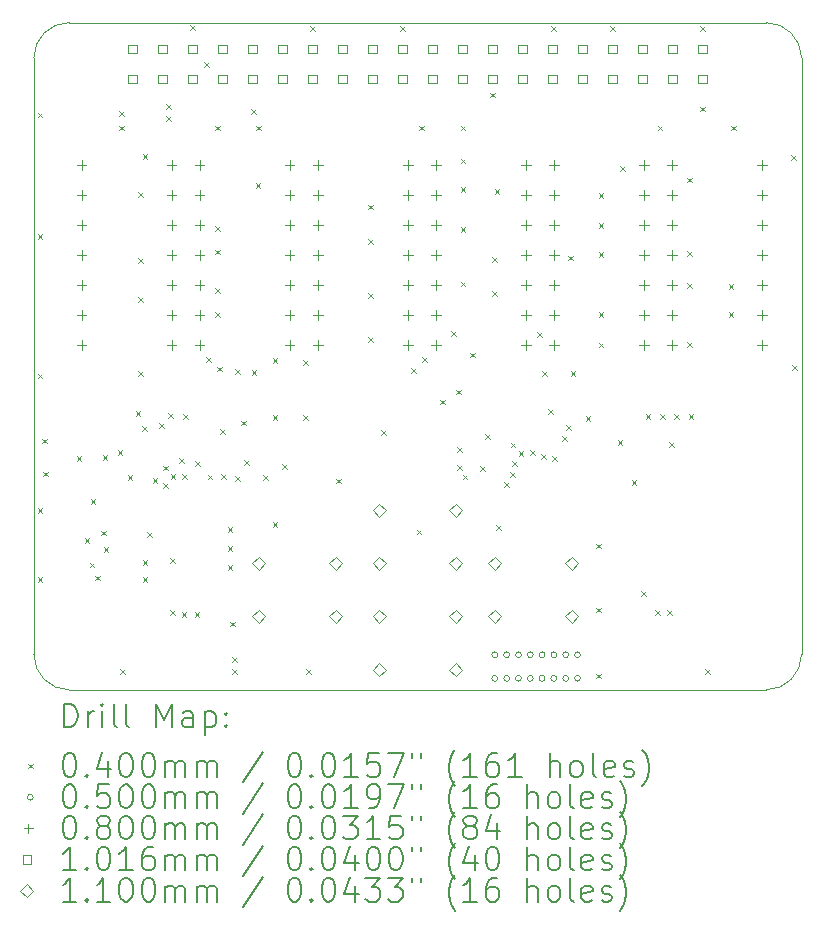
<source format=gbr>
%TF.GenerationSoftware,KiCad,Pcbnew,7.0.8*%
%TF.CreationDate,2023-10-10T13:19:59+03:00*%
%TF.ProjectId,ltp_kikad,6c74705f-6b69-46b6-9164-2e6b69636164,rev?*%
%TF.SameCoordinates,Original*%
%TF.FileFunction,Drillmap*%
%TF.FilePolarity,Positive*%
%FSLAX45Y45*%
G04 Gerber Fmt 4.5, Leading zero omitted, Abs format (unit mm)*
G04 Created by KiCad (PCBNEW 7.0.8) date 2023-10-10 13:19:59*
%MOMM*%
%LPD*%
G01*
G04 APERTURE LIST*
%ADD10C,0.100000*%
%ADD11C,0.200000*%
%ADD12C,0.040000*%
%ADD13C,0.050000*%
%ADD14C,0.080000*%
%ADD15C,0.101600*%
%ADD16C,0.110000*%
G04 APERTURE END LIST*
D10*
X18396680Y-7157220D02*
X18396680Y-5607220D01*
X18096680Y-10957220D02*
G75*
G03*
X18396680Y-10657220I0J300000D01*
G01*
X18396680Y-9057220D02*
X18396680Y-7157220D01*
X11896680Y-10657220D02*
G75*
G03*
X12196680Y-10957220I300000J0D01*
G01*
X18397020Y-10656360D02*
X18397020Y-9056360D01*
X18396680Y-5607220D02*
G75*
G03*
X18096680Y-5307220I-300000J0D01*
G01*
X12196680Y-5307220D02*
G75*
G03*
X11896680Y-5607220I0J-300000D01*
G01*
X18096680Y-5307220D02*
X12196680Y-5307220D01*
X18096680Y-10957220D02*
X12196680Y-10957220D01*
X11896680Y-10657220D02*
X11896680Y-5607220D01*
D11*
D12*
X11930000Y-6070000D02*
X11970000Y-6110000D01*
X11970000Y-6070000D02*
X11930000Y-6110000D01*
X11930000Y-7100000D02*
X11970000Y-7140000D01*
X11970000Y-7100000D02*
X11930000Y-7140000D01*
X11930000Y-8280000D02*
X11970000Y-8320000D01*
X11970000Y-8280000D02*
X11930000Y-8320000D01*
X11930000Y-9420000D02*
X11970000Y-9460000D01*
X11970000Y-9420000D02*
X11930000Y-9460000D01*
X11930000Y-10000000D02*
X11970000Y-10040000D01*
X11970000Y-10000000D02*
X11930000Y-10040000D01*
X11968700Y-8830000D02*
X12008700Y-8870000D01*
X12008700Y-8830000D02*
X11968700Y-8870000D01*
X11978700Y-9110000D02*
X12018700Y-9150000D01*
X12018700Y-9110000D02*
X11978700Y-9150000D01*
X12258700Y-8980000D02*
X12298700Y-9020000D01*
X12298700Y-8980000D02*
X12258700Y-9020000D01*
X12326006Y-9672694D02*
X12366006Y-9712694D01*
X12366006Y-9672694D02*
X12326006Y-9712694D01*
X12368700Y-9880000D02*
X12408700Y-9920000D01*
X12408700Y-9880000D02*
X12368700Y-9920000D01*
X12378700Y-9340000D02*
X12418700Y-9380000D01*
X12418700Y-9340000D02*
X12378700Y-9380000D01*
X12418700Y-9990000D02*
X12458700Y-10030000D01*
X12458700Y-9990000D02*
X12418700Y-10030000D01*
X12468700Y-9609550D02*
X12508700Y-9649550D01*
X12508700Y-9609550D02*
X12468700Y-9649550D01*
X12478700Y-8968715D02*
X12518700Y-9008715D01*
X12518700Y-8968715D02*
X12478700Y-9008715D01*
X12488700Y-9750000D02*
X12528700Y-9790000D01*
X12528700Y-9750000D02*
X12488700Y-9790000D01*
X12607461Y-8928715D02*
X12647461Y-8968715D01*
X12647461Y-8928715D02*
X12607461Y-8968715D01*
X12618700Y-6060000D02*
X12658700Y-6100000D01*
X12658700Y-6060000D02*
X12618700Y-6100000D01*
X12618700Y-6180000D02*
X12658700Y-6220000D01*
X12658700Y-6180000D02*
X12618700Y-6220000D01*
X12630000Y-10780000D02*
X12670000Y-10820000D01*
X12670000Y-10780000D02*
X12630000Y-10820000D01*
X12691250Y-9140000D02*
X12731250Y-9180000D01*
X12731250Y-9140000D02*
X12691250Y-9180000D01*
X12758700Y-8600000D02*
X12798700Y-8640000D01*
X12798700Y-8600000D02*
X12758700Y-8640000D01*
X12778700Y-8260000D02*
X12818700Y-8300000D01*
X12818700Y-8260000D02*
X12778700Y-8300000D01*
X12780000Y-6745000D02*
X12820000Y-6785000D01*
X12820000Y-6745000D02*
X12780000Y-6785000D01*
X12780000Y-7300000D02*
X12820000Y-7340000D01*
X12820000Y-7300000D02*
X12780000Y-7340000D01*
X12780000Y-7630000D02*
X12820000Y-7670000D01*
X12820000Y-7630000D02*
X12780000Y-7670000D01*
X12813309Y-8725391D02*
X12853309Y-8765391D01*
X12853309Y-8725391D02*
X12813309Y-8765391D01*
X12818700Y-6420000D02*
X12858700Y-6460000D01*
X12858700Y-6420000D02*
X12818700Y-6460000D01*
X12818700Y-9860000D02*
X12858700Y-9900000D01*
X12858700Y-9860000D02*
X12818700Y-9900000D01*
X12818700Y-10000000D02*
X12858700Y-10040000D01*
X12858700Y-10000000D02*
X12818700Y-10040000D01*
X12858700Y-9620000D02*
X12898700Y-9660000D01*
X12898700Y-9620000D02*
X12858700Y-9660000D01*
X12902547Y-9164199D02*
X12942547Y-9204199D01*
X12942547Y-9164199D02*
X12902547Y-9204199D01*
X12958700Y-8700000D02*
X12998700Y-8740000D01*
X12998700Y-8700000D02*
X12958700Y-8740000D01*
X12989503Y-9059269D02*
X13029503Y-9099269D01*
X13029503Y-9059269D02*
X12989503Y-9099269D01*
X12990504Y-9209536D02*
X13030504Y-9249536D01*
X13030504Y-9209536D02*
X12990504Y-9249536D01*
X13017470Y-6101230D02*
X13057470Y-6141230D01*
X13057470Y-6101230D02*
X13017470Y-6141230D01*
X13018700Y-6000000D02*
X13058700Y-6040000D01*
X13058700Y-6000000D02*
X13018700Y-6040000D01*
X13035717Y-8616794D02*
X13075717Y-8656794D01*
X13075717Y-8616794D02*
X13035717Y-8656794D01*
X13048700Y-9840000D02*
X13088700Y-9880000D01*
X13088700Y-9840000D02*
X13048700Y-9880000D01*
X13048700Y-10280000D02*
X13088700Y-10320000D01*
X13088700Y-10280000D02*
X13048700Y-10320000D01*
X13055655Y-9133738D02*
X13095655Y-9173738D01*
X13095655Y-9133738D02*
X13055655Y-9173738D01*
X13125103Y-8993597D02*
X13165103Y-9033597D01*
X13165103Y-8993597D02*
X13125103Y-9033597D01*
X13148700Y-10300000D02*
X13188700Y-10340000D01*
X13188700Y-10300000D02*
X13148700Y-10340000D01*
X13154279Y-9128586D02*
X13194279Y-9168586D01*
X13194279Y-9128586D02*
X13154279Y-9168586D01*
X13159890Y-8620000D02*
X13199890Y-8660000D01*
X13199890Y-8620000D02*
X13159890Y-8660000D01*
X13218700Y-5330000D02*
X13258700Y-5370000D01*
X13258700Y-5330000D02*
X13218700Y-5370000D01*
X13258700Y-10300000D02*
X13298700Y-10340000D01*
X13298700Y-10300000D02*
X13258700Y-10340000D01*
X13262746Y-9022475D02*
X13302746Y-9062475D01*
X13302746Y-9022475D02*
X13262746Y-9062475D01*
X13338700Y-5640000D02*
X13378700Y-5680000D01*
X13378700Y-5640000D02*
X13338700Y-5680000D01*
X13358700Y-8140000D02*
X13398700Y-8180000D01*
X13398700Y-8140000D02*
X13358700Y-8180000D01*
X13367615Y-9134885D02*
X13407615Y-9174885D01*
X13407615Y-9134885D02*
X13367615Y-9174885D01*
X13430000Y-6180000D02*
X13470000Y-6220000D01*
X13470000Y-6180000D02*
X13430000Y-6220000D01*
X13430000Y-7030000D02*
X13470000Y-7070000D01*
X13470000Y-7030000D02*
X13430000Y-7070000D01*
X13430000Y-7230000D02*
X13470000Y-7270000D01*
X13470000Y-7230000D02*
X13430000Y-7270000D01*
X13430000Y-7555000D02*
X13470000Y-7595000D01*
X13470000Y-7555000D02*
X13430000Y-7595000D01*
X13430000Y-7760000D02*
X13470000Y-7800000D01*
X13470000Y-7760000D02*
X13430000Y-7800000D01*
X13448700Y-8220000D02*
X13488700Y-8260000D01*
X13488700Y-8220000D02*
X13448700Y-8260000D01*
X13473700Y-8750050D02*
X13513700Y-8790050D01*
X13513700Y-8750050D02*
X13473700Y-8790050D01*
X13484070Y-9132690D02*
X13524070Y-9172690D01*
X13524070Y-9132690D02*
X13484070Y-9172690D01*
X13538700Y-9580000D02*
X13578700Y-9620000D01*
X13578700Y-9580000D02*
X13538700Y-9620000D01*
X13538700Y-9740000D02*
X13578700Y-9780000D01*
X13578700Y-9740000D02*
X13538700Y-9780000D01*
X13538700Y-9900000D02*
X13578700Y-9940000D01*
X13578700Y-9900000D02*
X13538700Y-9940000D01*
X13558700Y-10380000D02*
X13598700Y-10420000D01*
X13598700Y-10380000D02*
X13558700Y-10420000D01*
X13578700Y-10680000D02*
X13618700Y-10720000D01*
X13618700Y-10680000D02*
X13578700Y-10720000D01*
X13578700Y-10780000D02*
X13618700Y-10820000D01*
X13618700Y-10780000D02*
X13578700Y-10820000D01*
X13601918Y-9146105D02*
X13641918Y-9186105D01*
X13641918Y-9146105D02*
X13601918Y-9186105D01*
X13603921Y-8241062D02*
X13643921Y-8281062D01*
X13643921Y-8241062D02*
X13603921Y-8281062D01*
X13654948Y-8677428D02*
X13694948Y-8717428D01*
X13694948Y-8677428D02*
X13654948Y-8717428D01*
X13679225Y-9011195D02*
X13719225Y-9051195D01*
X13719225Y-9011195D02*
X13679225Y-9051195D01*
X13738700Y-6040000D02*
X13778700Y-6080000D01*
X13778700Y-6040000D02*
X13738700Y-6080000D01*
X13740340Y-8252450D02*
X13780340Y-8292450D01*
X13780340Y-8252450D02*
X13740340Y-8292450D01*
X13774658Y-6668653D02*
X13814658Y-6708653D01*
X13814658Y-6668653D02*
X13774658Y-6708653D01*
X13780000Y-6180000D02*
X13820000Y-6220000D01*
X13820000Y-6180000D02*
X13780000Y-6220000D01*
X13835700Y-9142050D02*
X13875700Y-9182050D01*
X13875700Y-9142050D02*
X13835700Y-9182050D01*
X13918700Y-8150000D02*
X13958700Y-8190000D01*
X13958700Y-8150000D02*
X13918700Y-8190000D01*
X13918700Y-8630000D02*
X13958700Y-8670000D01*
X13958700Y-8630000D02*
X13918700Y-8670000D01*
X13918700Y-9535050D02*
X13958700Y-9575050D01*
X13958700Y-9535050D02*
X13918700Y-9575050D01*
X14002157Y-9047050D02*
X14042157Y-9087050D01*
X14042157Y-9047050D02*
X14002157Y-9087050D01*
X14178700Y-8165000D02*
X14218700Y-8205000D01*
X14218700Y-8165000D02*
X14178700Y-8205000D01*
X14178700Y-8630000D02*
X14218700Y-8670000D01*
X14218700Y-8630000D02*
X14178700Y-8670000D01*
X14200000Y-10780000D02*
X14240000Y-10820000D01*
X14240000Y-10780000D02*
X14200000Y-10820000D01*
X14238700Y-5340000D02*
X14278700Y-5380000D01*
X14278700Y-5340000D02*
X14238700Y-5380000D01*
X14458700Y-9170000D02*
X14498700Y-9210000D01*
X14498700Y-9170000D02*
X14458700Y-9210000D01*
X14730000Y-6850000D02*
X14770000Y-6890000D01*
X14770000Y-6850000D02*
X14730000Y-6890000D01*
X14730000Y-7140000D02*
X14770000Y-7180000D01*
X14770000Y-7140000D02*
X14730000Y-7180000D01*
X14730000Y-7600000D02*
X14770000Y-7640000D01*
X14770000Y-7600000D02*
X14730000Y-7640000D01*
X14730000Y-7970000D02*
X14770000Y-8010000D01*
X14770000Y-7970000D02*
X14730000Y-8010000D01*
X14838700Y-8760000D02*
X14878700Y-8800000D01*
X14878700Y-8760000D02*
X14838700Y-8800000D01*
X14998700Y-5340000D02*
X15038700Y-5380000D01*
X15038700Y-5340000D02*
X14998700Y-5380000D01*
X15091430Y-8232550D02*
X15131430Y-8272550D01*
X15131430Y-8232550D02*
X15091430Y-8272550D01*
X15138700Y-9600000D02*
X15178700Y-9640000D01*
X15178700Y-9600000D02*
X15138700Y-9640000D01*
X15158700Y-6180000D02*
X15198700Y-6220000D01*
X15198700Y-6180000D02*
X15158700Y-6220000D01*
X15182994Y-8141094D02*
X15222994Y-8181094D01*
X15222994Y-8141094D02*
X15182994Y-8181094D01*
X15338700Y-8500000D02*
X15378700Y-8540000D01*
X15378700Y-8500000D02*
X15338700Y-8540000D01*
X15428700Y-7920000D02*
X15468700Y-7960000D01*
X15468700Y-7920000D02*
X15428700Y-7960000D01*
X15471250Y-8416297D02*
X15511250Y-8456297D01*
X15511250Y-8416297D02*
X15471250Y-8456297D01*
X15478700Y-8905000D02*
X15518700Y-8945000D01*
X15518700Y-8905000D02*
X15478700Y-8945000D01*
X15478700Y-9055000D02*
X15518700Y-9095000D01*
X15518700Y-9055000D02*
X15478700Y-9095000D01*
X15510000Y-6180000D02*
X15550000Y-6220000D01*
X15550000Y-6180000D02*
X15510000Y-6220000D01*
X15510000Y-6460000D02*
X15550000Y-6500000D01*
X15550000Y-6460000D02*
X15510000Y-6500000D01*
X15510000Y-6700000D02*
X15550000Y-6740000D01*
X15550000Y-6700000D02*
X15510000Y-6740000D01*
X15510000Y-7040000D02*
X15550000Y-7080000D01*
X15550000Y-7040000D02*
X15510000Y-7080000D01*
X15510000Y-7500000D02*
X15550000Y-7540000D01*
X15550000Y-7500000D02*
X15510000Y-7540000D01*
X15528463Y-9135865D02*
X15568463Y-9175865D01*
X15568463Y-9135865D02*
X15528463Y-9175865D01*
X15591250Y-8102550D02*
X15631250Y-8142550D01*
X15631250Y-8102550D02*
X15591250Y-8142550D01*
X15678700Y-9060000D02*
X15718700Y-9100000D01*
X15718700Y-9060000D02*
X15678700Y-9100000D01*
X15718373Y-8790000D02*
X15758373Y-8830000D01*
X15758373Y-8790000D02*
X15718373Y-8830000D01*
X15758700Y-5900000D02*
X15798700Y-5940000D01*
X15798700Y-5900000D02*
X15758700Y-5940000D01*
X15780000Y-7292105D02*
X15820000Y-7332105D01*
X15820000Y-7292105D02*
X15780000Y-7332105D01*
X15780000Y-7580000D02*
X15820000Y-7620000D01*
X15820000Y-7580000D02*
X15780000Y-7620000D01*
X15798700Y-6720000D02*
X15838700Y-6760000D01*
X15838700Y-6720000D02*
X15798700Y-6760000D01*
X15808700Y-9560000D02*
X15848700Y-9600000D01*
X15848700Y-9560000D02*
X15808700Y-9600000D01*
X15876575Y-9199423D02*
X15916575Y-9239423D01*
X15916575Y-9199423D02*
X15876575Y-9239423D01*
X15929256Y-9113975D02*
X15969256Y-9153975D01*
X15969256Y-9113975D02*
X15929256Y-9153975D01*
X15933323Y-8864002D02*
X15973323Y-8904002D01*
X15973323Y-8864002D02*
X15933323Y-8904002D01*
X15949355Y-9021125D02*
X15989355Y-9061125D01*
X15989355Y-9021125D02*
X15949355Y-9061125D01*
X16001200Y-8934402D02*
X16041200Y-8974402D01*
X16041200Y-8934402D02*
X16001200Y-8974402D01*
X16101070Y-8928427D02*
X16141070Y-8968427D01*
X16141070Y-8928427D02*
X16101070Y-8968427D01*
X16158700Y-7931500D02*
X16198700Y-7971500D01*
X16198700Y-7931500D02*
X16158700Y-7971500D01*
X16190377Y-8960821D02*
X16230377Y-9000821D01*
X16230377Y-8960821D02*
X16190377Y-9000821D01*
X16198700Y-8260000D02*
X16238700Y-8300000D01*
X16238700Y-8260000D02*
X16198700Y-8300000D01*
X16253700Y-8579611D02*
X16293700Y-8619611D01*
X16293700Y-8579611D02*
X16253700Y-8619611D01*
X16278700Y-5340000D02*
X16318700Y-5380000D01*
X16318700Y-5340000D02*
X16278700Y-5380000D01*
X16283247Y-8980823D02*
X16323247Y-9020823D01*
X16323247Y-8980823D02*
X16283247Y-9020823D01*
X16367350Y-8809830D02*
X16407350Y-8849830D01*
X16407350Y-8809830D02*
X16367350Y-8849830D01*
X16403700Y-8715000D02*
X16443700Y-8755000D01*
X16443700Y-8715000D02*
X16403700Y-8755000D01*
X16418700Y-7280000D02*
X16458700Y-7320000D01*
X16458700Y-7280000D02*
X16418700Y-7320000D01*
X16440890Y-8260000D02*
X16480890Y-8300000D01*
X16480890Y-8260000D02*
X16440890Y-8300000D01*
X16568700Y-8640000D02*
X16608700Y-8680000D01*
X16608700Y-8640000D02*
X16568700Y-8680000D01*
X16658700Y-9720000D02*
X16698700Y-9760000D01*
X16698700Y-9720000D02*
X16658700Y-9760000D01*
X16658700Y-10260000D02*
X16698700Y-10300000D01*
X16698700Y-10260000D02*
X16658700Y-10300000D01*
X16658700Y-10820000D02*
X16698700Y-10860000D01*
X16698700Y-10820000D02*
X16658700Y-10860000D01*
X16678700Y-7760000D02*
X16718700Y-7800000D01*
X16718700Y-7760000D02*
X16678700Y-7800000D01*
X16680000Y-6750000D02*
X16720000Y-6790000D01*
X16720000Y-6750000D02*
X16680000Y-6790000D01*
X16680000Y-7007500D02*
X16720000Y-7047500D01*
X16720000Y-7007500D02*
X16680000Y-7047500D01*
X16680000Y-7250000D02*
X16720000Y-7290000D01*
X16720000Y-7250000D02*
X16680000Y-7290000D01*
X16680000Y-8017500D02*
X16720000Y-8057500D01*
X16720000Y-8017500D02*
X16680000Y-8057500D01*
X16778700Y-5340000D02*
X16818700Y-5380000D01*
X16818700Y-5340000D02*
X16778700Y-5380000D01*
X16838700Y-8840000D02*
X16878700Y-8880000D01*
X16878700Y-8840000D02*
X16838700Y-8880000D01*
X16858700Y-6520000D02*
X16898700Y-6560000D01*
X16898700Y-6520000D02*
X16858700Y-6560000D01*
X16958700Y-9180000D02*
X16998700Y-9220000D01*
X16998700Y-9180000D02*
X16958700Y-9220000D01*
X17038700Y-10120000D02*
X17078700Y-10160000D01*
X17078700Y-10120000D02*
X17038700Y-10160000D01*
X17075890Y-8622810D02*
X17115890Y-8662810D01*
X17115890Y-8622810D02*
X17075890Y-8662810D01*
X17160000Y-10280000D02*
X17200000Y-10320000D01*
X17200000Y-10280000D02*
X17160000Y-10320000D01*
X17178700Y-6180000D02*
X17218700Y-6220000D01*
X17218700Y-6180000D02*
X17178700Y-6220000D01*
X17198700Y-8620000D02*
X17238700Y-8660000D01*
X17238700Y-8620000D02*
X17198700Y-8660000D01*
X17260000Y-10280000D02*
X17300000Y-10320000D01*
X17300000Y-10280000D02*
X17260000Y-10320000D01*
X17278700Y-8860000D02*
X17318700Y-8900000D01*
X17318700Y-8860000D02*
X17278700Y-8900000D01*
X17318700Y-8620000D02*
X17358700Y-8660000D01*
X17358700Y-8620000D02*
X17318700Y-8660000D01*
X17430000Y-6620000D02*
X17470000Y-6660000D01*
X17470000Y-6620000D02*
X17430000Y-6660000D01*
X17430000Y-7240000D02*
X17470000Y-7280000D01*
X17470000Y-7240000D02*
X17430000Y-7280000D01*
X17430000Y-7515000D02*
X17470000Y-7555000D01*
X17470000Y-7515000D02*
X17430000Y-7555000D01*
X17430000Y-8012500D02*
X17470000Y-8052500D01*
X17470000Y-8012500D02*
X17430000Y-8052500D01*
X17441006Y-8622306D02*
X17481006Y-8662306D01*
X17481006Y-8622306D02*
X17441006Y-8662306D01*
X17538700Y-5340000D02*
X17578700Y-5380000D01*
X17578700Y-5340000D02*
X17538700Y-5380000D01*
X17538700Y-6020000D02*
X17578700Y-6060000D01*
X17578700Y-6020000D02*
X17538700Y-6060000D01*
X17580000Y-10780000D02*
X17620000Y-10820000D01*
X17620000Y-10780000D02*
X17580000Y-10820000D01*
X17780000Y-7520000D02*
X17820000Y-7560000D01*
X17820000Y-7520000D02*
X17780000Y-7560000D01*
X17780000Y-7760000D02*
X17820000Y-7800000D01*
X17820000Y-7760000D02*
X17780000Y-7800000D01*
X17798700Y-6180000D02*
X17838700Y-6220000D01*
X17838700Y-6180000D02*
X17798700Y-6220000D01*
X18308700Y-6430000D02*
X18348700Y-6470000D01*
X18348700Y-6430000D02*
X18308700Y-6470000D01*
X18318700Y-8210000D02*
X18358700Y-8250000D01*
X18358700Y-8210000D02*
X18318700Y-8250000D01*
D13*
X15825000Y-10660000D02*
G75*
G03*
X15825000Y-10660000I-25000J0D01*
G01*
X15825000Y-10860000D02*
G75*
G03*
X15825000Y-10860000I-25000J0D01*
G01*
X15925000Y-10660000D02*
G75*
G03*
X15925000Y-10660000I-25000J0D01*
G01*
X15925000Y-10860000D02*
G75*
G03*
X15925000Y-10860000I-25000J0D01*
G01*
X16025000Y-10660000D02*
G75*
G03*
X16025000Y-10660000I-25000J0D01*
G01*
X16025000Y-10860000D02*
G75*
G03*
X16025000Y-10860000I-25000J0D01*
G01*
X16125000Y-10660000D02*
G75*
G03*
X16125000Y-10660000I-25000J0D01*
G01*
X16125000Y-10860000D02*
G75*
G03*
X16125000Y-10860000I-25000J0D01*
G01*
X16225000Y-10660000D02*
G75*
G03*
X16225000Y-10660000I-25000J0D01*
G01*
X16225000Y-10860000D02*
G75*
G03*
X16225000Y-10860000I-25000J0D01*
G01*
X16325000Y-10660000D02*
G75*
G03*
X16325000Y-10660000I-25000J0D01*
G01*
X16325000Y-10860000D02*
G75*
G03*
X16325000Y-10860000I-25000J0D01*
G01*
X16425000Y-10660000D02*
G75*
G03*
X16425000Y-10660000I-25000J0D01*
G01*
X16425000Y-10860000D02*
G75*
G03*
X16425000Y-10860000I-25000J0D01*
G01*
X16525000Y-10660000D02*
G75*
G03*
X16525000Y-10660000I-25000J0D01*
G01*
X16525000Y-10860000D02*
G75*
G03*
X16525000Y-10860000I-25000J0D01*
G01*
D14*
X12301700Y-6475000D02*
X12301700Y-6555000D01*
X12261700Y-6515000D02*
X12341700Y-6515000D01*
X12301700Y-6729000D02*
X12301700Y-6809000D01*
X12261700Y-6769000D02*
X12341700Y-6769000D01*
X12301700Y-6983000D02*
X12301700Y-7063000D01*
X12261700Y-7023000D02*
X12341700Y-7023000D01*
X12301700Y-7237000D02*
X12301700Y-7317000D01*
X12261700Y-7277000D02*
X12341700Y-7277000D01*
X12301700Y-7491000D02*
X12301700Y-7571000D01*
X12261700Y-7531000D02*
X12341700Y-7531000D01*
X12301700Y-7745000D02*
X12301700Y-7825000D01*
X12261700Y-7785000D02*
X12341700Y-7785000D01*
X12301700Y-7999000D02*
X12301700Y-8079000D01*
X12261700Y-8039000D02*
X12341700Y-8039000D01*
X13063700Y-6475000D02*
X13063700Y-6555000D01*
X13023700Y-6515000D02*
X13103700Y-6515000D01*
X13063700Y-6729000D02*
X13063700Y-6809000D01*
X13023700Y-6769000D02*
X13103700Y-6769000D01*
X13063700Y-6983000D02*
X13063700Y-7063000D01*
X13023700Y-7023000D02*
X13103700Y-7023000D01*
X13063700Y-7237000D02*
X13063700Y-7317000D01*
X13023700Y-7277000D02*
X13103700Y-7277000D01*
X13063700Y-7491000D02*
X13063700Y-7571000D01*
X13023700Y-7531000D02*
X13103700Y-7531000D01*
X13063700Y-7745000D02*
X13063700Y-7825000D01*
X13023700Y-7785000D02*
X13103700Y-7785000D01*
X13063700Y-7999000D02*
X13063700Y-8079000D01*
X13023700Y-8039000D02*
X13103700Y-8039000D01*
X13301700Y-6475000D02*
X13301700Y-6555000D01*
X13261700Y-6515000D02*
X13341700Y-6515000D01*
X13301700Y-6729000D02*
X13301700Y-6809000D01*
X13261700Y-6769000D02*
X13341700Y-6769000D01*
X13301700Y-6983000D02*
X13301700Y-7063000D01*
X13261700Y-7023000D02*
X13341700Y-7023000D01*
X13301700Y-7237000D02*
X13301700Y-7317000D01*
X13261700Y-7277000D02*
X13341700Y-7277000D01*
X13301700Y-7491000D02*
X13301700Y-7571000D01*
X13261700Y-7531000D02*
X13341700Y-7531000D01*
X13301700Y-7745000D02*
X13301700Y-7825000D01*
X13261700Y-7785000D02*
X13341700Y-7785000D01*
X13301700Y-7999000D02*
X13301700Y-8079000D01*
X13261700Y-8039000D02*
X13341700Y-8039000D01*
X14063700Y-6475000D02*
X14063700Y-6555000D01*
X14023700Y-6515000D02*
X14103700Y-6515000D01*
X14063700Y-6729000D02*
X14063700Y-6809000D01*
X14023700Y-6769000D02*
X14103700Y-6769000D01*
X14063700Y-6983000D02*
X14063700Y-7063000D01*
X14023700Y-7023000D02*
X14103700Y-7023000D01*
X14063700Y-7237000D02*
X14063700Y-7317000D01*
X14023700Y-7277000D02*
X14103700Y-7277000D01*
X14063700Y-7491000D02*
X14063700Y-7571000D01*
X14023700Y-7531000D02*
X14103700Y-7531000D01*
X14063700Y-7745000D02*
X14063700Y-7825000D01*
X14023700Y-7785000D02*
X14103700Y-7785000D01*
X14063700Y-7999000D02*
X14063700Y-8079000D01*
X14023700Y-8039000D02*
X14103700Y-8039000D01*
X14301700Y-6474960D02*
X14301700Y-6554960D01*
X14261700Y-6514960D02*
X14341700Y-6514960D01*
X14301700Y-6728960D02*
X14301700Y-6808960D01*
X14261700Y-6768960D02*
X14341700Y-6768960D01*
X14301700Y-6982960D02*
X14301700Y-7062960D01*
X14261700Y-7022960D02*
X14341700Y-7022960D01*
X14301700Y-7236960D02*
X14301700Y-7316960D01*
X14261700Y-7276960D02*
X14341700Y-7276960D01*
X14301700Y-7490960D02*
X14301700Y-7570960D01*
X14261700Y-7530960D02*
X14341700Y-7530960D01*
X14301700Y-7744960D02*
X14301700Y-7824960D01*
X14261700Y-7784960D02*
X14341700Y-7784960D01*
X14301700Y-7998960D02*
X14301700Y-8078960D01*
X14261700Y-8038960D02*
X14341700Y-8038960D01*
X15063700Y-6474960D02*
X15063700Y-6554960D01*
X15023700Y-6514960D02*
X15103700Y-6514960D01*
X15063700Y-6728960D02*
X15063700Y-6808960D01*
X15023700Y-6768960D02*
X15103700Y-6768960D01*
X15063700Y-6982960D02*
X15063700Y-7062960D01*
X15023700Y-7022960D02*
X15103700Y-7022960D01*
X15063700Y-7236960D02*
X15063700Y-7316960D01*
X15023700Y-7276960D02*
X15103700Y-7276960D01*
X15063700Y-7490960D02*
X15063700Y-7570960D01*
X15023700Y-7530960D02*
X15103700Y-7530960D01*
X15063700Y-7744960D02*
X15063700Y-7824960D01*
X15023700Y-7784960D02*
X15103700Y-7784960D01*
X15063700Y-7998960D02*
X15063700Y-8078960D01*
X15023700Y-8038960D02*
X15103700Y-8038960D01*
X15301700Y-6474960D02*
X15301700Y-6554960D01*
X15261700Y-6514960D02*
X15341700Y-6514960D01*
X15301700Y-6728960D02*
X15301700Y-6808960D01*
X15261700Y-6768960D02*
X15341700Y-6768960D01*
X15301700Y-6982960D02*
X15301700Y-7062960D01*
X15261700Y-7022960D02*
X15341700Y-7022960D01*
X15301700Y-7236960D02*
X15301700Y-7316960D01*
X15261700Y-7276960D02*
X15341700Y-7276960D01*
X15301700Y-7490960D02*
X15301700Y-7570960D01*
X15261700Y-7530960D02*
X15341700Y-7530960D01*
X15301700Y-7744960D02*
X15301700Y-7824960D01*
X15261700Y-7784960D02*
X15341700Y-7784960D01*
X15301700Y-7998960D02*
X15301700Y-8078960D01*
X15261700Y-8038960D02*
X15341700Y-8038960D01*
X16063700Y-6474960D02*
X16063700Y-6554960D01*
X16023700Y-6514960D02*
X16103700Y-6514960D01*
X16063700Y-6728960D02*
X16063700Y-6808960D01*
X16023700Y-6768960D02*
X16103700Y-6768960D01*
X16063700Y-6982960D02*
X16063700Y-7062960D01*
X16023700Y-7022960D02*
X16103700Y-7022960D01*
X16063700Y-7236960D02*
X16063700Y-7316960D01*
X16023700Y-7276960D02*
X16103700Y-7276960D01*
X16063700Y-7490960D02*
X16063700Y-7570960D01*
X16023700Y-7530960D02*
X16103700Y-7530960D01*
X16063700Y-7744960D02*
X16063700Y-7824960D01*
X16023700Y-7784960D02*
X16103700Y-7784960D01*
X16063700Y-7998960D02*
X16063700Y-8078960D01*
X16023700Y-8038960D02*
X16103700Y-8038960D01*
X16301700Y-6475000D02*
X16301700Y-6555000D01*
X16261700Y-6515000D02*
X16341700Y-6515000D01*
X16301700Y-6729000D02*
X16301700Y-6809000D01*
X16261700Y-6769000D02*
X16341700Y-6769000D01*
X16301700Y-6983000D02*
X16301700Y-7063000D01*
X16261700Y-7023000D02*
X16341700Y-7023000D01*
X16301700Y-7237000D02*
X16301700Y-7317000D01*
X16261700Y-7277000D02*
X16341700Y-7277000D01*
X16301700Y-7491000D02*
X16301700Y-7571000D01*
X16261700Y-7531000D02*
X16341700Y-7531000D01*
X16301700Y-7745000D02*
X16301700Y-7825000D01*
X16261700Y-7785000D02*
X16341700Y-7785000D01*
X16301700Y-7999000D02*
X16301700Y-8079000D01*
X16261700Y-8039000D02*
X16341700Y-8039000D01*
X17063700Y-6475000D02*
X17063700Y-6555000D01*
X17023700Y-6515000D02*
X17103700Y-6515000D01*
X17063700Y-6729000D02*
X17063700Y-6809000D01*
X17023700Y-6769000D02*
X17103700Y-6769000D01*
X17063700Y-6983000D02*
X17063700Y-7063000D01*
X17023700Y-7023000D02*
X17103700Y-7023000D01*
X17063700Y-7237000D02*
X17063700Y-7317000D01*
X17023700Y-7277000D02*
X17103700Y-7277000D01*
X17063700Y-7491000D02*
X17063700Y-7571000D01*
X17023700Y-7531000D02*
X17103700Y-7531000D01*
X17063700Y-7745000D02*
X17063700Y-7825000D01*
X17023700Y-7785000D02*
X17103700Y-7785000D01*
X17063700Y-7999000D02*
X17063700Y-8079000D01*
X17023700Y-8039000D02*
X17103700Y-8039000D01*
X17301700Y-6475000D02*
X17301700Y-6555000D01*
X17261700Y-6515000D02*
X17341700Y-6515000D01*
X17301700Y-6729000D02*
X17301700Y-6809000D01*
X17261700Y-6769000D02*
X17341700Y-6769000D01*
X17301700Y-6983000D02*
X17301700Y-7063000D01*
X17261700Y-7023000D02*
X17341700Y-7023000D01*
X17301700Y-7237000D02*
X17301700Y-7317000D01*
X17261700Y-7277000D02*
X17341700Y-7277000D01*
X17301700Y-7491000D02*
X17301700Y-7571000D01*
X17261700Y-7531000D02*
X17341700Y-7531000D01*
X17301700Y-7745000D02*
X17301700Y-7825000D01*
X17261700Y-7785000D02*
X17341700Y-7785000D01*
X17301700Y-7999000D02*
X17301700Y-8079000D01*
X17261700Y-8039000D02*
X17341700Y-8039000D01*
X18063700Y-6475000D02*
X18063700Y-6555000D01*
X18023700Y-6515000D02*
X18103700Y-6515000D01*
X18063700Y-6729000D02*
X18063700Y-6809000D01*
X18023700Y-6769000D02*
X18103700Y-6769000D01*
X18063700Y-6983000D02*
X18063700Y-7063000D01*
X18023700Y-7023000D02*
X18103700Y-7023000D01*
X18063700Y-7237000D02*
X18063700Y-7317000D01*
X18023700Y-7277000D02*
X18103700Y-7277000D01*
X18063700Y-7491000D02*
X18063700Y-7571000D01*
X18023700Y-7531000D02*
X18103700Y-7531000D01*
X18063700Y-7745000D02*
X18063700Y-7825000D01*
X18023700Y-7785000D02*
X18103700Y-7785000D01*
X18063700Y-7999000D02*
X18063700Y-8079000D01*
X18023700Y-8039000D02*
X18103700Y-8039000D01*
D15*
X12768921Y-5565921D02*
X12768921Y-5494079D01*
X12697079Y-5494079D01*
X12697079Y-5565921D01*
X12768921Y-5565921D01*
X12768921Y-5819921D02*
X12768921Y-5748079D01*
X12697079Y-5748079D01*
X12697079Y-5819921D01*
X12768921Y-5819921D01*
X13022921Y-5565921D02*
X13022921Y-5494079D01*
X12951079Y-5494079D01*
X12951079Y-5565921D01*
X13022921Y-5565921D01*
X13022921Y-5819921D02*
X13022921Y-5748079D01*
X12951079Y-5748079D01*
X12951079Y-5819921D01*
X13022921Y-5819921D01*
X13276921Y-5565921D02*
X13276921Y-5494079D01*
X13205079Y-5494079D01*
X13205079Y-5565921D01*
X13276921Y-5565921D01*
X13276921Y-5819921D02*
X13276921Y-5748079D01*
X13205079Y-5748079D01*
X13205079Y-5819921D01*
X13276921Y-5819921D01*
X13530921Y-5565921D02*
X13530921Y-5494079D01*
X13459079Y-5494079D01*
X13459079Y-5565921D01*
X13530921Y-5565921D01*
X13530921Y-5819921D02*
X13530921Y-5748079D01*
X13459079Y-5748079D01*
X13459079Y-5819921D01*
X13530921Y-5819921D01*
X13784921Y-5565921D02*
X13784921Y-5494079D01*
X13713079Y-5494079D01*
X13713079Y-5565921D01*
X13784921Y-5565921D01*
X13784921Y-5819921D02*
X13784921Y-5748079D01*
X13713079Y-5748079D01*
X13713079Y-5819921D01*
X13784921Y-5819921D01*
X14038921Y-5565921D02*
X14038921Y-5494079D01*
X13967079Y-5494079D01*
X13967079Y-5565921D01*
X14038921Y-5565921D01*
X14038921Y-5819921D02*
X14038921Y-5748079D01*
X13967079Y-5748079D01*
X13967079Y-5819921D01*
X14038921Y-5819921D01*
X14292921Y-5565921D02*
X14292921Y-5494079D01*
X14221079Y-5494079D01*
X14221079Y-5565921D01*
X14292921Y-5565921D01*
X14292921Y-5819921D02*
X14292921Y-5748079D01*
X14221079Y-5748079D01*
X14221079Y-5819921D01*
X14292921Y-5819921D01*
X14546921Y-5565921D02*
X14546921Y-5494079D01*
X14475079Y-5494079D01*
X14475079Y-5565921D01*
X14546921Y-5565921D01*
X14546921Y-5819921D02*
X14546921Y-5748079D01*
X14475079Y-5748079D01*
X14475079Y-5819921D01*
X14546921Y-5819921D01*
X14800921Y-5565921D02*
X14800921Y-5494079D01*
X14729079Y-5494079D01*
X14729079Y-5565921D01*
X14800921Y-5565921D01*
X14800921Y-5819921D02*
X14800921Y-5748079D01*
X14729079Y-5748079D01*
X14729079Y-5819921D01*
X14800921Y-5819921D01*
X15054921Y-5565921D02*
X15054921Y-5494079D01*
X14983079Y-5494079D01*
X14983079Y-5565921D01*
X15054921Y-5565921D01*
X15054921Y-5819921D02*
X15054921Y-5748079D01*
X14983079Y-5748079D01*
X14983079Y-5819921D01*
X15054921Y-5819921D01*
X15308921Y-5565921D02*
X15308921Y-5494079D01*
X15237079Y-5494079D01*
X15237079Y-5565921D01*
X15308921Y-5565921D01*
X15308921Y-5819921D02*
X15308921Y-5748079D01*
X15237079Y-5748079D01*
X15237079Y-5819921D01*
X15308921Y-5819921D01*
X15562921Y-5565921D02*
X15562921Y-5494079D01*
X15491079Y-5494079D01*
X15491079Y-5565921D01*
X15562921Y-5565921D01*
X15562921Y-5819921D02*
X15562921Y-5748079D01*
X15491079Y-5748079D01*
X15491079Y-5819921D01*
X15562921Y-5819921D01*
X15816921Y-5565921D02*
X15816921Y-5494079D01*
X15745079Y-5494079D01*
X15745079Y-5565921D01*
X15816921Y-5565921D01*
X15816921Y-5819921D02*
X15816921Y-5748079D01*
X15745079Y-5748079D01*
X15745079Y-5819921D01*
X15816921Y-5819921D01*
X16070921Y-5565921D02*
X16070921Y-5494079D01*
X15999079Y-5494079D01*
X15999079Y-5565921D01*
X16070921Y-5565921D01*
X16070921Y-5819921D02*
X16070921Y-5748079D01*
X15999079Y-5748079D01*
X15999079Y-5819921D01*
X16070921Y-5819921D01*
X16324921Y-5565921D02*
X16324921Y-5494079D01*
X16253079Y-5494079D01*
X16253079Y-5565921D01*
X16324921Y-5565921D01*
X16324921Y-5819921D02*
X16324921Y-5748079D01*
X16253079Y-5748079D01*
X16253079Y-5819921D01*
X16324921Y-5819921D01*
X16578921Y-5565921D02*
X16578921Y-5494079D01*
X16507079Y-5494079D01*
X16507079Y-5565921D01*
X16578921Y-5565921D01*
X16578921Y-5819921D02*
X16578921Y-5748079D01*
X16507079Y-5748079D01*
X16507079Y-5819921D01*
X16578921Y-5819921D01*
X16832921Y-5565921D02*
X16832921Y-5494079D01*
X16761079Y-5494079D01*
X16761079Y-5565921D01*
X16832921Y-5565921D01*
X16832921Y-5819921D02*
X16832921Y-5748079D01*
X16761079Y-5748079D01*
X16761079Y-5819921D01*
X16832921Y-5819921D01*
X17086921Y-5565921D02*
X17086921Y-5494079D01*
X17015079Y-5494079D01*
X17015079Y-5565921D01*
X17086921Y-5565921D01*
X17086921Y-5819921D02*
X17086921Y-5748079D01*
X17015079Y-5748079D01*
X17015079Y-5819921D01*
X17086921Y-5819921D01*
X17340921Y-5565921D02*
X17340921Y-5494079D01*
X17269079Y-5494079D01*
X17269079Y-5565921D01*
X17340921Y-5565921D01*
X17340921Y-5819921D02*
X17340921Y-5748079D01*
X17269079Y-5748079D01*
X17269079Y-5819921D01*
X17340921Y-5819921D01*
X17594921Y-5565921D02*
X17594921Y-5494079D01*
X17523079Y-5494079D01*
X17523079Y-5565921D01*
X17594921Y-5565921D01*
X17594921Y-5819921D02*
X17594921Y-5748079D01*
X17523079Y-5748079D01*
X17523079Y-5819921D01*
X17594921Y-5819921D01*
D16*
X13801200Y-9940000D02*
X13856200Y-9885000D01*
X13801200Y-9830000D01*
X13746200Y-9885000D01*
X13801200Y-9940000D01*
X13801200Y-10390000D02*
X13856200Y-10335000D01*
X13801200Y-10280000D01*
X13746200Y-10335000D01*
X13801200Y-10390000D01*
X14451200Y-9940000D02*
X14506200Y-9885000D01*
X14451200Y-9830000D01*
X14396200Y-9885000D01*
X14451200Y-9940000D01*
X14451200Y-10390000D02*
X14506200Y-10335000D01*
X14451200Y-10280000D01*
X14396200Y-10335000D01*
X14451200Y-10390000D01*
X14821200Y-9490000D02*
X14876200Y-9435000D01*
X14821200Y-9380000D01*
X14766200Y-9435000D01*
X14821200Y-9490000D01*
X14821200Y-9940000D02*
X14876200Y-9885000D01*
X14821200Y-9830000D01*
X14766200Y-9885000D01*
X14821200Y-9940000D01*
X14821200Y-10390000D02*
X14876200Y-10335000D01*
X14821200Y-10280000D01*
X14766200Y-10335000D01*
X14821200Y-10390000D01*
X14821200Y-10840000D02*
X14876200Y-10785000D01*
X14821200Y-10730000D01*
X14766200Y-10785000D01*
X14821200Y-10840000D01*
X15471200Y-9490000D02*
X15526200Y-9435000D01*
X15471200Y-9380000D01*
X15416200Y-9435000D01*
X15471200Y-9490000D01*
X15471200Y-9940000D02*
X15526200Y-9885000D01*
X15471200Y-9830000D01*
X15416200Y-9885000D01*
X15471200Y-9940000D01*
X15471200Y-10390000D02*
X15526200Y-10335000D01*
X15471200Y-10280000D01*
X15416200Y-10335000D01*
X15471200Y-10390000D01*
X15471200Y-10840000D02*
X15526200Y-10785000D01*
X15471200Y-10730000D01*
X15416200Y-10785000D01*
X15471200Y-10840000D01*
X15801200Y-9940000D02*
X15856200Y-9885000D01*
X15801200Y-9830000D01*
X15746200Y-9885000D01*
X15801200Y-9940000D01*
X15801200Y-10390000D02*
X15856200Y-10335000D01*
X15801200Y-10280000D01*
X15746200Y-10335000D01*
X15801200Y-10390000D01*
X16451200Y-9940000D02*
X16506200Y-9885000D01*
X16451200Y-9830000D01*
X16396200Y-9885000D01*
X16451200Y-9940000D01*
X16451200Y-10390000D02*
X16506200Y-10335000D01*
X16451200Y-10280000D01*
X16396200Y-10335000D01*
X16451200Y-10390000D01*
D11*
X12152457Y-11273704D02*
X12152457Y-11073704D01*
X12152457Y-11073704D02*
X12200076Y-11073704D01*
X12200076Y-11073704D02*
X12228647Y-11083228D01*
X12228647Y-11083228D02*
X12247695Y-11102275D01*
X12247695Y-11102275D02*
X12257219Y-11121323D01*
X12257219Y-11121323D02*
X12266742Y-11159418D01*
X12266742Y-11159418D02*
X12266742Y-11187989D01*
X12266742Y-11187989D02*
X12257219Y-11226085D01*
X12257219Y-11226085D02*
X12247695Y-11245132D01*
X12247695Y-11245132D02*
X12228647Y-11264180D01*
X12228647Y-11264180D02*
X12200076Y-11273704D01*
X12200076Y-11273704D02*
X12152457Y-11273704D01*
X12352457Y-11273704D02*
X12352457Y-11140370D01*
X12352457Y-11178466D02*
X12361981Y-11159418D01*
X12361981Y-11159418D02*
X12371504Y-11149894D01*
X12371504Y-11149894D02*
X12390552Y-11140370D01*
X12390552Y-11140370D02*
X12409600Y-11140370D01*
X12476266Y-11273704D02*
X12476266Y-11140370D01*
X12476266Y-11073704D02*
X12466742Y-11083228D01*
X12466742Y-11083228D02*
X12476266Y-11092751D01*
X12476266Y-11092751D02*
X12485790Y-11083228D01*
X12485790Y-11083228D02*
X12476266Y-11073704D01*
X12476266Y-11073704D02*
X12476266Y-11092751D01*
X12600076Y-11273704D02*
X12581028Y-11264180D01*
X12581028Y-11264180D02*
X12571504Y-11245132D01*
X12571504Y-11245132D02*
X12571504Y-11073704D01*
X12704838Y-11273704D02*
X12685790Y-11264180D01*
X12685790Y-11264180D02*
X12676266Y-11245132D01*
X12676266Y-11245132D02*
X12676266Y-11073704D01*
X12933409Y-11273704D02*
X12933409Y-11073704D01*
X12933409Y-11073704D02*
X13000076Y-11216561D01*
X13000076Y-11216561D02*
X13066742Y-11073704D01*
X13066742Y-11073704D02*
X13066742Y-11273704D01*
X13247695Y-11273704D02*
X13247695Y-11168942D01*
X13247695Y-11168942D02*
X13238171Y-11149894D01*
X13238171Y-11149894D02*
X13219123Y-11140370D01*
X13219123Y-11140370D02*
X13181028Y-11140370D01*
X13181028Y-11140370D02*
X13161981Y-11149894D01*
X13247695Y-11264180D02*
X13228647Y-11273704D01*
X13228647Y-11273704D02*
X13181028Y-11273704D01*
X13181028Y-11273704D02*
X13161981Y-11264180D01*
X13161981Y-11264180D02*
X13152457Y-11245132D01*
X13152457Y-11245132D02*
X13152457Y-11226085D01*
X13152457Y-11226085D02*
X13161981Y-11207037D01*
X13161981Y-11207037D02*
X13181028Y-11197513D01*
X13181028Y-11197513D02*
X13228647Y-11197513D01*
X13228647Y-11197513D02*
X13247695Y-11187989D01*
X13342933Y-11140370D02*
X13342933Y-11340370D01*
X13342933Y-11149894D02*
X13361981Y-11140370D01*
X13361981Y-11140370D02*
X13400076Y-11140370D01*
X13400076Y-11140370D02*
X13419123Y-11149894D01*
X13419123Y-11149894D02*
X13428647Y-11159418D01*
X13428647Y-11159418D02*
X13438171Y-11178466D01*
X13438171Y-11178466D02*
X13438171Y-11235608D01*
X13438171Y-11235608D02*
X13428647Y-11254656D01*
X13428647Y-11254656D02*
X13419123Y-11264180D01*
X13419123Y-11264180D02*
X13400076Y-11273704D01*
X13400076Y-11273704D02*
X13361981Y-11273704D01*
X13361981Y-11273704D02*
X13342933Y-11264180D01*
X13523885Y-11254656D02*
X13533409Y-11264180D01*
X13533409Y-11264180D02*
X13523885Y-11273704D01*
X13523885Y-11273704D02*
X13514362Y-11264180D01*
X13514362Y-11264180D02*
X13523885Y-11254656D01*
X13523885Y-11254656D02*
X13523885Y-11273704D01*
X13523885Y-11149894D02*
X13533409Y-11159418D01*
X13533409Y-11159418D02*
X13523885Y-11168942D01*
X13523885Y-11168942D02*
X13514362Y-11159418D01*
X13514362Y-11159418D02*
X13523885Y-11149894D01*
X13523885Y-11149894D02*
X13523885Y-11168942D01*
D12*
X11851680Y-11582220D02*
X11891680Y-11622220D01*
X11891680Y-11582220D02*
X11851680Y-11622220D01*
D11*
X12190552Y-11493704D02*
X12209600Y-11493704D01*
X12209600Y-11493704D02*
X12228647Y-11503228D01*
X12228647Y-11503228D02*
X12238171Y-11512751D01*
X12238171Y-11512751D02*
X12247695Y-11531799D01*
X12247695Y-11531799D02*
X12257219Y-11569894D01*
X12257219Y-11569894D02*
X12257219Y-11617513D01*
X12257219Y-11617513D02*
X12247695Y-11655608D01*
X12247695Y-11655608D02*
X12238171Y-11674656D01*
X12238171Y-11674656D02*
X12228647Y-11684180D01*
X12228647Y-11684180D02*
X12209600Y-11693704D01*
X12209600Y-11693704D02*
X12190552Y-11693704D01*
X12190552Y-11693704D02*
X12171504Y-11684180D01*
X12171504Y-11684180D02*
X12161981Y-11674656D01*
X12161981Y-11674656D02*
X12152457Y-11655608D01*
X12152457Y-11655608D02*
X12142933Y-11617513D01*
X12142933Y-11617513D02*
X12142933Y-11569894D01*
X12142933Y-11569894D02*
X12152457Y-11531799D01*
X12152457Y-11531799D02*
X12161981Y-11512751D01*
X12161981Y-11512751D02*
X12171504Y-11503228D01*
X12171504Y-11503228D02*
X12190552Y-11493704D01*
X12342933Y-11674656D02*
X12352457Y-11684180D01*
X12352457Y-11684180D02*
X12342933Y-11693704D01*
X12342933Y-11693704D02*
X12333409Y-11684180D01*
X12333409Y-11684180D02*
X12342933Y-11674656D01*
X12342933Y-11674656D02*
X12342933Y-11693704D01*
X12523885Y-11560370D02*
X12523885Y-11693704D01*
X12476266Y-11484180D02*
X12428647Y-11627037D01*
X12428647Y-11627037D02*
X12552457Y-11627037D01*
X12666742Y-11493704D02*
X12685790Y-11493704D01*
X12685790Y-11493704D02*
X12704838Y-11503228D01*
X12704838Y-11503228D02*
X12714362Y-11512751D01*
X12714362Y-11512751D02*
X12723885Y-11531799D01*
X12723885Y-11531799D02*
X12733409Y-11569894D01*
X12733409Y-11569894D02*
X12733409Y-11617513D01*
X12733409Y-11617513D02*
X12723885Y-11655608D01*
X12723885Y-11655608D02*
X12714362Y-11674656D01*
X12714362Y-11674656D02*
X12704838Y-11684180D01*
X12704838Y-11684180D02*
X12685790Y-11693704D01*
X12685790Y-11693704D02*
X12666742Y-11693704D01*
X12666742Y-11693704D02*
X12647695Y-11684180D01*
X12647695Y-11684180D02*
X12638171Y-11674656D01*
X12638171Y-11674656D02*
X12628647Y-11655608D01*
X12628647Y-11655608D02*
X12619123Y-11617513D01*
X12619123Y-11617513D02*
X12619123Y-11569894D01*
X12619123Y-11569894D02*
X12628647Y-11531799D01*
X12628647Y-11531799D02*
X12638171Y-11512751D01*
X12638171Y-11512751D02*
X12647695Y-11503228D01*
X12647695Y-11503228D02*
X12666742Y-11493704D01*
X12857219Y-11493704D02*
X12876266Y-11493704D01*
X12876266Y-11493704D02*
X12895314Y-11503228D01*
X12895314Y-11503228D02*
X12904838Y-11512751D01*
X12904838Y-11512751D02*
X12914362Y-11531799D01*
X12914362Y-11531799D02*
X12923885Y-11569894D01*
X12923885Y-11569894D02*
X12923885Y-11617513D01*
X12923885Y-11617513D02*
X12914362Y-11655608D01*
X12914362Y-11655608D02*
X12904838Y-11674656D01*
X12904838Y-11674656D02*
X12895314Y-11684180D01*
X12895314Y-11684180D02*
X12876266Y-11693704D01*
X12876266Y-11693704D02*
X12857219Y-11693704D01*
X12857219Y-11693704D02*
X12838171Y-11684180D01*
X12838171Y-11684180D02*
X12828647Y-11674656D01*
X12828647Y-11674656D02*
X12819123Y-11655608D01*
X12819123Y-11655608D02*
X12809600Y-11617513D01*
X12809600Y-11617513D02*
X12809600Y-11569894D01*
X12809600Y-11569894D02*
X12819123Y-11531799D01*
X12819123Y-11531799D02*
X12828647Y-11512751D01*
X12828647Y-11512751D02*
X12838171Y-11503228D01*
X12838171Y-11503228D02*
X12857219Y-11493704D01*
X13009600Y-11693704D02*
X13009600Y-11560370D01*
X13009600Y-11579418D02*
X13019123Y-11569894D01*
X13019123Y-11569894D02*
X13038171Y-11560370D01*
X13038171Y-11560370D02*
X13066743Y-11560370D01*
X13066743Y-11560370D02*
X13085790Y-11569894D01*
X13085790Y-11569894D02*
X13095314Y-11588942D01*
X13095314Y-11588942D02*
X13095314Y-11693704D01*
X13095314Y-11588942D02*
X13104838Y-11569894D01*
X13104838Y-11569894D02*
X13123885Y-11560370D01*
X13123885Y-11560370D02*
X13152457Y-11560370D01*
X13152457Y-11560370D02*
X13171504Y-11569894D01*
X13171504Y-11569894D02*
X13181028Y-11588942D01*
X13181028Y-11588942D02*
X13181028Y-11693704D01*
X13276266Y-11693704D02*
X13276266Y-11560370D01*
X13276266Y-11579418D02*
X13285790Y-11569894D01*
X13285790Y-11569894D02*
X13304838Y-11560370D01*
X13304838Y-11560370D02*
X13333409Y-11560370D01*
X13333409Y-11560370D02*
X13352457Y-11569894D01*
X13352457Y-11569894D02*
X13361981Y-11588942D01*
X13361981Y-11588942D02*
X13361981Y-11693704D01*
X13361981Y-11588942D02*
X13371504Y-11569894D01*
X13371504Y-11569894D02*
X13390552Y-11560370D01*
X13390552Y-11560370D02*
X13419123Y-11560370D01*
X13419123Y-11560370D02*
X13438171Y-11569894D01*
X13438171Y-11569894D02*
X13447695Y-11588942D01*
X13447695Y-11588942D02*
X13447695Y-11693704D01*
X13838171Y-11484180D02*
X13666743Y-11741323D01*
X14095314Y-11493704D02*
X14114362Y-11493704D01*
X14114362Y-11493704D02*
X14133409Y-11503228D01*
X14133409Y-11503228D02*
X14142933Y-11512751D01*
X14142933Y-11512751D02*
X14152457Y-11531799D01*
X14152457Y-11531799D02*
X14161981Y-11569894D01*
X14161981Y-11569894D02*
X14161981Y-11617513D01*
X14161981Y-11617513D02*
X14152457Y-11655608D01*
X14152457Y-11655608D02*
X14142933Y-11674656D01*
X14142933Y-11674656D02*
X14133409Y-11684180D01*
X14133409Y-11684180D02*
X14114362Y-11693704D01*
X14114362Y-11693704D02*
X14095314Y-11693704D01*
X14095314Y-11693704D02*
X14076266Y-11684180D01*
X14076266Y-11684180D02*
X14066743Y-11674656D01*
X14066743Y-11674656D02*
X14057219Y-11655608D01*
X14057219Y-11655608D02*
X14047695Y-11617513D01*
X14047695Y-11617513D02*
X14047695Y-11569894D01*
X14047695Y-11569894D02*
X14057219Y-11531799D01*
X14057219Y-11531799D02*
X14066743Y-11512751D01*
X14066743Y-11512751D02*
X14076266Y-11503228D01*
X14076266Y-11503228D02*
X14095314Y-11493704D01*
X14247695Y-11674656D02*
X14257219Y-11684180D01*
X14257219Y-11684180D02*
X14247695Y-11693704D01*
X14247695Y-11693704D02*
X14238171Y-11684180D01*
X14238171Y-11684180D02*
X14247695Y-11674656D01*
X14247695Y-11674656D02*
X14247695Y-11693704D01*
X14381028Y-11493704D02*
X14400076Y-11493704D01*
X14400076Y-11493704D02*
X14419124Y-11503228D01*
X14419124Y-11503228D02*
X14428647Y-11512751D01*
X14428647Y-11512751D02*
X14438171Y-11531799D01*
X14438171Y-11531799D02*
X14447695Y-11569894D01*
X14447695Y-11569894D02*
X14447695Y-11617513D01*
X14447695Y-11617513D02*
X14438171Y-11655608D01*
X14438171Y-11655608D02*
X14428647Y-11674656D01*
X14428647Y-11674656D02*
X14419124Y-11684180D01*
X14419124Y-11684180D02*
X14400076Y-11693704D01*
X14400076Y-11693704D02*
X14381028Y-11693704D01*
X14381028Y-11693704D02*
X14361981Y-11684180D01*
X14361981Y-11684180D02*
X14352457Y-11674656D01*
X14352457Y-11674656D02*
X14342933Y-11655608D01*
X14342933Y-11655608D02*
X14333409Y-11617513D01*
X14333409Y-11617513D02*
X14333409Y-11569894D01*
X14333409Y-11569894D02*
X14342933Y-11531799D01*
X14342933Y-11531799D02*
X14352457Y-11512751D01*
X14352457Y-11512751D02*
X14361981Y-11503228D01*
X14361981Y-11503228D02*
X14381028Y-11493704D01*
X14638171Y-11693704D02*
X14523886Y-11693704D01*
X14581028Y-11693704D02*
X14581028Y-11493704D01*
X14581028Y-11493704D02*
X14561981Y-11522275D01*
X14561981Y-11522275D02*
X14542933Y-11541323D01*
X14542933Y-11541323D02*
X14523886Y-11550847D01*
X14819124Y-11493704D02*
X14723886Y-11493704D01*
X14723886Y-11493704D02*
X14714362Y-11588942D01*
X14714362Y-11588942D02*
X14723886Y-11579418D01*
X14723886Y-11579418D02*
X14742933Y-11569894D01*
X14742933Y-11569894D02*
X14790552Y-11569894D01*
X14790552Y-11569894D02*
X14809600Y-11579418D01*
X14809600Y-11579418D02*
X14819124Y-11588942D01*
X14819124Y-11588942D02*
X14828647Y-11607989D01*
X14828647Y-11607989D02*
X14828647Y-11655608D01*
X14828647Y-11655608D02*
X14819124Y-11674656D01*
X14819124Y-11674656D02*
X14809600Y-11684180D01*
X14809600Y-11684180D02*
X14790552Y-11693704D01*
X14790552Y-11693704D02*
X14742933Y-11693704D01*
X14742933Y-11693704D02*
X14723886Y-11684180D01*
X14723886Y-11684180D02*
X14714362Y-11674656D01*
X14895314Y-11493704D02*
X15028647Y-11493704D01*
X15028647Y-11493704D02*
X14942933Y-11693704D01*
X15095314Y-11493704D02*
X15095314Y-11531799D01*
X15171505Y-11493704D02*
X15171505Y-11531799D01*
X15466743Y-11769894D02*
X15457219Y-11760370D01*
X15457219Y-11760370D02*
X15438171Y-11731799D01*
X15438171Y-11731799D02*
X15428648Y-11712751D01*
X15428648Y-11712751D02*
X15419124Y-11684180D01*
X15419124Y-11684180D02*
X15409600Y-11636561D01*
X15409600Y-11636561D02*
X15409600Y-11598466D01*
X15409600Y-11598466D02*
X15419124Y-11550847D01*
X15419124Y-11550847D02*
X15428648Y-11522275D01*
X15428648Y-11522275D02*
X15438171Y-11503228D01*
X15438171Y-11503228D02*
X15457219Y-11474656D01*
X15457219Y-11474656D02*
X15466743Y-11465132D01*
X15647695Y-11693704D02*
X15533409Y-11693704D01*
X15590552Y-11693704D02*
X15590552Y-11493704D01*
X15590552Y-11493704D02*
X15571505Y-11522275D01*
X15571505Y-11522275D02*
X15552457Y-11541323D01*
X15552457Y-11541323D02*
X15533409Y-11550847D01*
X15819124Y-11493704D02*
X15781028Y-11493704D01*
X15781028Y-11493704D02*
X15761981Y-11503228D01*
X15761981Y-11503228D02*
X15752457Y-11512751D01*
X15752457Y-11512751D02*
X15733409Y-11541323D01*
X15733409Y-11541323D02*
X15723886Y-11579418D01*
X15723886Y-11579418D02*
X15723886Y-11655608D01*
X15723886Y-11655608D02*
X15733409Y-11674656D01*
X15733409Y-11674656D02*
X15742933Y-11684180D01*
X15742933Y-11684180D02*
X15761981Y-11693704D01*
X15761981Y-11693704D02*
X15800076Y-11693704D01*
X15800076Y-11693704D02*
X15819124Y-11684180D01*
X15819124Y-11684180D02*
X15828648Y-11674656D01*
X15828648Y-11674656D02*
X15838171Y-11655608D01*
X15838171Y-11655608D02*
X15838171Y-11607989D01*
X15838171Y-11607989D02*
X15828648Y-11588942D01*
X15828648Y-11588942D02*
X15819124Y-11579418D01*
X15819124Y-11579418D02*
X15800076Y-11569894D01*
X15800076Y-11569894D02*
X15761981Y-11569894D01*
X15761981Y-11569894D02*
X15742933Y-11579418D01*
X15742933Y-11579418D02*
X15733409Y-11588942D01*
X15733409Y-11588942D02*
X15723886Y-11607989D01*
X16028648Y-11693704D02*
X15914362Y-11693704D01*
X15971505Y-11693704D02*
X15971505Y-11493704D01*
X15971505Y-11493704D02*
X15952457Y-11522275D01*
X15952457Y-11522275D02*
X15933409Y-11541323D01*
X15933409Y-11541323D02*
X15914362Y-11550847D01*
X16266743Y-11693704D02*
X16266743Y-11493704D01*
X16352457Y-11693704D02*
X16352457Y-11588942D01*
X16352457Y-11588942D02*
X16342933Y-11569894D01*
X16342933Y-11569894D02*
X16323886Y-11560370D01*
X16323886Y-11560370D02*
X16295314Y-11560370D01*
X16295314Y-11560370D02*
X16276267Y-11569894D01*
X16276267Y-11569894D02*
X16266743Y-11579418D01*
X16476267Y-11693704D02*
X16457219Y-11684180D01*
X16457219Y-11684180D02*
X16447695Y-11674656D01*
X16447695Y-11674656D02*
X16438171Y-11655608D01*
X16438171Y-11655608D02*
X16438171Y-11598466D01*
X16438171Y-11598466D02*
X16447695Y-11579418D01*
X16447695Y-11579418D02*
X16457219Y-11569894D01*
X16457219Y-11569894D02*
X16476267Y-11560370D01*
X16476267Y-11560370D02*
X16504838Y-11560370D01*
X16504838Y-11560370D02*
X16523886Y-11569894D01*
X16523886Y-11569894D02*
X16533410Y-11579418D01*
X16533410Y-11579418D02*
X16542933Y-11598466D01*
X16542933Y-11598466D02*
X16542933Y-11655608D01*
X16542933Y-11655608D02*
X16533410Y-11674656D01*
X16533410Y-11674656D02*
X16523886Y-11684180D01*
X16523886Y-11684180D02*
X16504838Y-11693704D01*
X16504838Y-11693704D02*
X16476267Y-11693704D01*
X16657219Y-11693704D02*
X16638171Y-11684180D01*
X16638171Y-11684180D02*
X16628648Y-11665132D01*
X16628648Y-11665132D02*
X16628648Y-11493704D01*
X16809600Y-11684180D02*
X16790553Y-11693704D01*
X16790553Y-11693704D02*
X16752457Y-11693704D01*
X16752457Y-11693704D02*
X16733410Y-11684180D01*
X16733410Y-11684180D02*
X16723886Y-11665132D01*
X16723886Y-11665132D02*
X16723886Y-11588942D01*
X16723886Y-11588942D02*
X16733410Y-11569894D01*
X16733410Y-11569894D02*
X16752457Y-11560370D01*
X16752457Y-11560370D02*
X16790553Y-11560370D01*
X16790553Y-11560370D02*
X16809600Y-11569894D01*
X16809600Y-11569894D02*
X16819124Y-11588942D01*
X16819124Y-11588942D02*
X16819124Y-11607989D01*
X16819124Y-11607989D02*
X16723886Y-11627037D01*
X16895314Y-11684180D02*
X16914362Y-11693704D01*
X16914362Y-11693704D02*
X16952457Y-11693704D01*
X16952457Y-11693704D02*
X16971505Y-11684180D01*
X16971505Y-11684180D02*
X16981029Y-11665132D01*
X16981029Y-11665132D02*
X16981029Y-11655608D01*
X16981029Y-11655608D02*
X16971505Y-11636561D01*
X16971505Y-11636561D02*
X16952457Y-11627037D01*
X16952457Y-11627037D02*
X16923886Y-11627037D01*
X16923886Y-11627037D02*
X16904838Y-11617513D01*
X16904838Y-11617513D02*
X16895314Y-11598466D01*
X16895314Y-11598466D02*
X16895314Y-11588942D01*
X16895314Y-11588942D02*
X16904838Y-11569894D01*
X16904838Y-11569894D02*
X16923886Y-11560370D01*
X16923886Y-11560370D02*
X16952457Y-11560370D01*
X16952457Y-11560370D02*
X16971505Y-11569894D01*
X17047695Y-11769894D02*
X17057219Y-11760370D01*
X17057219Y-11760370D02*
X17076267Y-11731799D01*
X17076267Y-11731799D02*
X17085791Y-11712751D01*
X17085791Y-11712751D02*
X17095314Y-11684180D01*
X17095314Y-11684180D02*
X17104838Y-11636561D01*
X17104838Y-11636561D02*
X17104838Y-11598466D01*
X17104838Y-11598466D02*
X17095314Y-11550847D01*
X17095314Y-11550847D02*
X17085791Y-11522275D01*
X17085791Y-11522275D02*
X17076267Y-11503228D01*
X17076267Y-11503228D02*
X17057219Y-11474656D01*
X17057219Y-11474656D02*
X17047695Y-11465132D01*
D13*
X11891680Y-11866220D02*
G75*
G03*
X11891680Y-11866220I-25000J0D01*
G01*
D11*
X12190552Y-11757704D02*
X12209600Y-11757704D01*
X12209600Y-11757704D02*
X12228647Y-11767228D01*
X12228647Y-11767228D02*
X12238171Y-11776751D01*
X12238171Y-11776751D02*
X12247695Y-11795799D01*
X12247695Y-11795799D02*
X12257219Y-11833894D01*
X12257219Y-11833894D02*
X12257219Y-11881513D01*
X12257219Y-11881513D02*
X12247695Y-11919608D01*
X12247695Y-11919608D02*
X12238171Y-11938656D01*
X12238171Y-11938656D02*
X12228647Y-11948180D01*
X12228647Y-11948180D02*
X12209600Y-11957704D01*
X12209600Y-11957704D02*
X12190552Y-11957704D01*
X12190552Y-11957704D02*
X12171504Y-11948180D01*
X12171504Y-11948180D02*
X12161981Y-11938656D01*
X12161981Y-11938656D02*
X12152457Y-11919608D01*
X12152457Y-11919608D02*
X12142933Y-11881513D01*
X12142933Y-11881513D02*
X12142933Y-11833894D01*
X12142933Y-11833894D02*
X12152457Y-11795799D01*
X12152457Y-11795799D02*
X12161981Y-11776751D01*
X12161981Y-11776751D02*
X12171504Y-11767228D01*
X12171504Y-11767228D02*
X12190552Y-11757704D01*
X12342933Y-11938656D02*
X12352457Y-11948180D01*
X12352457Y-11948180D02*
X12342933Y-11957704D01*
X12342933Y-11957704D02*
X12333409Y-11948180D01*
X12333409Y-11948180D02*
X12342933Y-11938656D01*
X12342933Y-11938656D02*
X12342933Y-11957704D01*
X12533409Y-11757704D02*
X12438171Y-11757704D01*
X12438171Y-11757704D02*
X12428647Y-11852942D01*
X12428647Y-11852942D02*
X12438171Y-11843418D01*
X12438171Y-11843418D02*
X12457219Y-11833894D01*
X12457219Y-11833894D02*
X12504838Y-11833894D01*
X12504838Y-11833894D02*
X12523885Y-11843418D01*
X12523885Y-11843418D02*
X12533409Y-11852942D01*
X12533409Y-11852942D02*
X12542933Y-11871989D01*
X12542933Y-11871989D02*
X12542933Y-11919608D01*
X12542933Y-11919608D02*
X12533409Y-11938656D01*
X12533409Y-11938656D02*
X12523885Y-11948180D01*
X12523885Y-11948180D02*
X12504838Y-11957704D01*
X12504838Y-11957704D02*
X12457219Y-11957704D01*
X12457219Y-11957704D02*
X12438171Y-11948180D01*
X12438171Y-11948180D02*
X12428647Y-11938656D01*
X12666742Y-11757704D02*
X12685790Y-11757704D01*
X12685790Y-11757704D02*
X12704838Y-11767228D01*
X12704838Y-11767228D02*
X12714362Y-11776751D01*
X12714362Y-11776751D02*
X12723885Y-11795799D01*
X12723885Y-11795799D02*
X12733409Y-11833894D01*
X12733409Y-11833894D02*
X12733409Y-11881513D01*
X12733409Y-11881513D02*
X12723885Y-11919608D01*
X12723885Y-11919608D02*
X12714362Y-11938656D01*
X12714362Y-11938656D02*
X12704838Y-11948180D01*
X12704838Y-11948180D02*
X12685790Y-11957704D01*
X12685790Y-11957704D02*
X12666742Y-11957704D01*
X12666742Y-11957704D02*
X12647695Y-11948180D01*
X12647695Y-11948180D02*
X12638171Y-11938656D01*
X12638171Y-11938656D02*
X12628647Y-11919608D01*
X12628647Y-11919608D02*
X12619123Y-11881513D01*
X12619123Y-11881513D02*
X12619123Y-11833894D01*
X12619123Y-11833894D02*
X12628647Y-11795799D01*
X12628647Y-11795799D02*
X12638171Y-11776751D01*
X12638171Y-11776751D02*
X12647695Y-11767228D01*
X12647695Y-11767228D02*
X12666742Y-11757704D01*
X12857219Y-11757704D02*
X12876266Y-11757704D01*
X12876266Y-11757704D02*
X12895314Y-11767228D01*
X12895314Y-11767228D02*
X12904838Y-11776751D01*
X12904838Y-11776751D02*
X12914362Y-11795799D01*
X12914362Y-11795799D02*
X12923885Y-11833894D01*
X12923885Y-11833894D02*
X12923885Y-11881513D01*
X12923885Y-11881513D02*
X12914362Y-11919608D01*
X12914362Y-11919608D02*
X12904838Y-11938656D01*
X12904838Y-11938656D02*
X12895314Y-11948180D01*
X12895314Y-11948180D02*
X12876266Y-11957704D01*
X12876266Y-11957704D02*
X12857219Y-11957704D01*
X12857219Y-11957704D02*
X12838171Y-11948180D01*
X12838171Y-11948180D02*
X12828647Y-11938656D01*
X12828647Y-11938656D02*
X12819123Y-11919608D01*
X12819123Y-11919608D02*
X12809600Y-11881513D01*
X12809600Y-11881513D02*
X12809600Y-11833894D01*
X12809600Y-11833894D02*
X12819123Y-11795799D01*
X12819123Y-11795799D02*
X12828647Y-11776751D01*
X12828647Y-11776751D02*
X12838171Y-11767228D01*
X12838171Y-11767228D02*
X12857219Y-11757704D01*
X13009600Y-11957704D02*
X13009600Y-11824370D01*
X13009600Y-11843418D02*
X13019123Y-11833894D01*
X13019123Y-11833894D02*
X13038171Y-11824370D01*
X13038171Y-11824370D02*
X13066743Y-11824370D01*
X13066743Y-11824370D02*
X13085790Y-11833894D01*
X13085790Y-11833894D02*
X13095314Y-11852942D01*
X13095314Y-11852942D02*
X13095314Y-11957704D01*
X13095314Y-11852942D02*
X13104838Y-11833894D01*
X13104838Y-11833894D02*
X13123885Y-11824370D01*
X13123885Y-11824370D02*
X13152457Y-11824370D01*
X13152457Y-11824370D02*
X13171504Y-11833894D01*
X13171504Y-11833894D02*
X13181028Y-11852942D01*
X13181028Y-11852942D02*
X13181028Y-11957704D01*
X13276266Y-11957704D02*
X13276266Y-11824370D01*
X13276266Y-11843418D02*
X13285790Y-11833894D01*
X13285790Y-11833894D02*
X13304838Y-11824370D01*
X13304838Y-11824370D02*
X13333409Y-11824370D01*
X13333409Y-11824370D02*
X13352457Y-11833894D01*
X13352457Y-11833894D02*
X13361981Y-11852942D01*
X13361981Y-11852942D02*
X13361981Y-11957704D01*
X13361981Y-11852942D02*
X13371504Y-11833894D01*
X13371504Y-11833894D02*
X13390552Y-11824370D01*
X13390552Y-11824370D02*
X13419123Y-11824370D01*
X13419123Y-11824370D02*
X13438171Y-11833894D01*
X13438171Y-11833894D02*
X13447695Y-11852942D01*
X13447695Y-11852942D02*
X13447695Y-11957704D01*
X13838171Y-11748180D02*
X13666743Y-12005323D01*
X14095314Y-11757704D02*
X14114362Y-11757704D01*
X14114362Y-11757704D02*
X14133409Y-11767228D01*
X14133409Y-11767228D02*
X14142933Y-11776751D01*
X14142933Y-11776751D02*
X14152457Y-11795799D01*
X14152457Y-11795799D02*
X14161981Y-11833894D01*
X14161981Y-11833894D02*
X14161981Y-11881513D01*
X14161981Y-11881513D02*
X14152457Y-11919608D01*
X14152457Y-11919608D02*
X14142933Y-11938656D01*
X14142933Y-11938656D02*
X14133409Y-11948180D01*
X14133409Y-11948180D02*
X14114362Y-11957704D01*
X14114362Y-11957704D02*
X14095314Y-11957704D01*
X14095314Y-11957704D02*
X14076266Y-11948180D01*
X14076266Y-11948180D02*
X14066743Y-11938656D01*
X14066743Y-11938656D02*
X14057219Y-11919608D01*
X14057219Y-11919608D02*
X14047695Y-11881513D01*
X14047695Y-11881513D02*
X14047695Y-11833894D01*
X14047695Y-11833894D02*
X14057219Y-11795799D01*
X14057219Y-11795799D02*
X14066743Y-11776751D01*
X14066743Y-11776751D02*
X14076266Y-11767228D01*
X14076266Y-11767228D02*
X14095314Y-11757704D01*
X14247695Y-11938656D02*
X14257219Y-11948180D01*
X14257219Y-11948180D02*
X14247695Y-11957704D01*
X14247695Y-11957704D02*
X14238171Y-11948180D01*
X14238171Y-11948180D02*
X14247695Y-11938656D01*
X14247695Y-11938656D02*
X14247695Y-11957704D01*
X14381028Y-11757704D02*
X14400076Y-11757704D01*
X14400076Y-11757704D02*
X14419124Y-11767228D01*
X14419124Y-11767228D02*
X14428647Y-11776751D01*
X14428647Y-11776751D02*
X14438171Y-11795799D01*
X14438171Y-11795799D02*
X14447695Y-11833894D01*
X14447695Y-11833894D02*
X14447695Y-11881513D01*
X14447695Y-11881513D02*
X14438171Y-11919608D01*
X14438171Y-11919608D02*
X14428647Y-11938656D01*
X14428647Y-11938656D02*
X14419124Y-11948180D01*
X14419124Y-11948180D02*
X14400076Y-11957704D01*
X14400076Y-11957704D02*
X14381028Y-11957704D01*
X14381028Y-11957704D02*
X14361981Y-11948180D01*
X14361981Y-11948180D02*
X14352457Y-11938656D01*
X14352457Y-11938656D02*
X14342933Y-11919608D01*
X14342933Y-11919608D02*
X14333409Y-11881513D01*
X14333409Y-11881513D02*
X14333409Y-11833894D01*
X14333409Y-11833894D02*
X14342933Y-11795799D01*
X14342933Y-11795799D02*
X14352457Y-11776751D01*
X14352457Y-11776751D02*
X14361981Y-11767228D01*
X14361981Y-11767228D02*
X14381028Y-11757704D01*
X14638171Y-11957704D02*
X14523886Y-11957704D01*
X14581028Y-11957704D02*
X14581028Y-11757704D01*
X14581028Y-11757704D02*
X14561981Y-11786275D01*
X14561981Y-11786275D02*
X14542933Y-11805323D01*
X14542933Y-11805323D02*
X14523886Y-11814847D01*
X14733409Y-11957704D02*
X14771505Y-11957704D01*
X14771505Y-11957704D02*
X14790552Y-11948180D01*
X14790552Y-11948180D02*
X14800076Y-11938656D01*
X14800076Y-11938656D02*
X14819124Y-11910085D01*
X14819124Y-11910085D02*
X14828647Y-11871989D01*
X14828647Y-11871989D02*
X14828647Y-11795799D01*
X14828647Y-11795799D02*
X14819124Y-11776751D01*
X14819124Y-11776751D02*
X14809600Y-11767228D01*
X14809600Y-11767228D02*
X14790552Y-11757704D01*
X14790552Y-11757704D02*
X14752457Y-11757704D01*
X14752457Y-11757704D02*
X14733409Y-11767228D01*
X14733409Y-11767228D02*
X14723886Y-11776751D01*
X14723886Y-11776751D02*
X14714362Y-11795799D01*
X14714362Y-11795799D02*
X14714362Y-11843418D01*
X14714362Y-11843418D02*
X14723886Y-11862466D01*
X14723886Y-11862466D02*
X14733409Y-11871989D01*
X14733409Y-11871989D02*
X14752457Y-11881513D01*
X14752457Y-11881513D02*
X14790552Y-11881513D01*
X14790552Y-11881513D02*
X14809600Y-11871989D01*
X14809600Y-11871989D02*
X14819124Y-11862466D01*
X14819124Y-11862466D02*
X14828647Y-11843418D01*
X14895314Y-11757704D02*
X15028647Y-11757704D01*
X15028647Y-11757704D02*
X14942933Y-11957704D01*
X15095314Y-11757704D02*
X15095314Y-11795799D01*
X15171505Y-11757704D02*
X15171505Y-11795799D01*
X15466743Y-12033894D02*
X15457219Y-12024370D01*
X15457219Y-12024370D02*
X15438171Y-11995799D01*
X15438171Y-11995799D02*
X15428648Y-11976751D01*
X15428648Y-11976751D02*
X15419124Y-11948180D01*
X15419124Y-11948180D02*
X15409600Y-11900561D01*
X15409600Y-11900561D02*
X15409600Y-11862466D01*
X15409600Y-11862466D02*
X15419124Y-11814847D01*
X15419124Y-11814847D02*
X15428648Y-11786275D01*
X15428648Y-11786275D02*
X15438171Y-11767228D01*
X15438171Y-11767228D02*
X15457219Y-11738656D01*
X15457219Y-11738656D02*
X15466743Y-11729132D01*
X15647695Y-11957704D02*
X15533409Y-11957704D01*
X15590552Y-11957704D02*
X15590552Y-11757704D01*
X15590552Y-11757704D02*
X15571505Y-11786275D01*
X15571505Y-11786275D02*
X15552457Y-11805323D01*
X15552457Y-11805323D02*
X15533409Y-11814847D01*
X15819124Y-11757704D02*
X15781028Y-11757704D01*
X15781028Y-11757704D02*
X15761981Y-11767228D01*
X15761981Y-11767228D02*
X15752457Y-11776751D01*
X15752457Y-11776751D02*
X15733409Y-11805323D01*
X15733409Y-11805323D02*
X15723886Y-11843418D01*
X15723886Y-11843418D02*
X15723886Y-11919608D01*
X15723886Y-11919608D02*
X15733409Y-11938656D01*
X15733409Y-11938656D02*
X15742933Y-11948180D01*
X15742933Y-11948180D02*
X15761981Y-11957704D01*
X15761981Y-11957704D02*
X15800076Y-11957704D01*
X15800076Y-11957704D02*
X15819124Y-11948180D01*
X15819124Y-11948180D02*
X15828648Y-11938656D01*
X15828648Y-11938656D02*
X15838171Y-11919608D01*
X15838171Y-11919608D02*
X15838171Y-11871989D01*
X15838171Y-11871989D02*
X15828648Y-11852942D01*
X15828648Y-11852942D02*
X15819124Y-11843418D01*
X15819124Y-11843418D02*
X15800076Y-11833894D01*
X15800076Y-11833894D02*
X15761981Y-11833894D01*
X15761981Y-11833894D02*
X15742933Y-11843418D01*
X15742933Y-11843418D02*
X15733409Y-11852942D01*
X15733409Y-11852942D02*
X15723886Y-11871989D01*
X16076267Y-11957704D02*
X16076267Y-11757704D01*
X16161981Y-11957704D02*
X16161981Y-11852942D01*
X16161981Y-11852942D02*
X16152457Y-11833894D01*
X16152457Y-11833894D02*
X16133410Y-11824370D01*
X16133410Y-11824370D02*
X16104838Y-11824370D01*
X16104838Y-11824370D02*
X16085790Y-11833894D01*
X16085790Y-11833894D02*
X16076267Y-11843418D01*
X16285790Y-11957704D02*
X16266743Y-11948180D01*
X16266743Y-11948180D02*
X16257219Y-11938656D01*
X16257219Y-11938656D02*
X16247695Y-11919608D01*
X16247695Y-11919608D02*
X16247695Y-11862466D01*
X16247695Y-11862466D02*
X16257219Y-11843418D01*
X16257219Y-11843418D02*
X16266743Y-11833894D01*
X16266743Y-11833894D02*
X16285790Y-11824370D01*
X16285790Y-11824370D02*
X16314362Y-11824370D01*
X16314362Y-11824370D02*
X16333410Y-11833894D01*
X16333410Y-11833894D02*
X16342933Y-11843418D01*
X16342933Y-11843418D02*
X16352457Y-11862466D01*
X16352457Y-11862466D02*
X16352457Y-11919608D01*
X16352457Y-11919608D02*
X16342933Y-11938656D01*
X16342933Y-11938656D02*
X16333410Y-11948180D01*
X16333410Y-11948180D02*
X16314362Y-11957704D01*
X16314362Y-11957704D02*
X16285790Y-11957704D01*
X16466743Y-11957704D02*
X16447695Y-11948180D01*
X16447695Y-11948180D02*
X16438171Y-11929132D01*
X16438171Y-11929132D02*
X16438171Y-11757704D01*
X16619124Y-11948180D02*
X16600076Y-11957704D01*
X16600076Y-11957704D02*
X16561981Y-11957704D01*
X16561981Y-11957704D02*
X16542933Y-11948180D01*
X16542933Y-11948180D02*
X16533410Y-11929132D01*
X16533410Y-11929132D02*
X16533410Y-11852942D01*
X16533410Y-11852942D02*
X16542933Y-11833894D01*
X16542933Y-11833894D02*
X16561981Y-11824370D01*
X16561981Y-11824370D02*
X16600076Y-11824370D01*
X16600076Y-11824370D02*
X16619124Y-11833894D01*
X16619124Y-11833894D02*
X16628648Y-11852942D01*
X16628648Y-11852942D02*
X16628648Y-11871989D01*
X16628648Y-11871989D02*
X16533410Y-11891037D01*
X16704838Y-11948180D02*
X16723886Y-11957704D01*
X16723886Y-11957704D02*
X16761981Y-11957704D01*
X16761981Y-11957704D02*
X16781029Y-11948180D01*
X16781029Y-11948180D02*
X16790553Y-11929132D01*
X16790553Y-11929132D02*
X16790553Y-11919608D01*
X16790553Y-11919608D02*
X16781029Y-11900561D01*
X16781029Y-11900561D02*
X16761981Y-11891037D01*
X16761981Y-11891037D02*
X16733410Y-11891037D01*
X16733410Y-11891037D02*
X16714362Y-11881513D01*
X16714362Y-11881513D02*
X16704838Y-11862466D01*
X16704838Y-11862466D02*
X16704838Y-11852942D01*
X16704838Y-11852942D02*
X16714362Y-11833894D01*
X16714362Y-11833894D02*
X16733410Y-11824370D01*
X16733410Y-11824370D02*
X16761981Y-11824370D01*
X16761981Y-11824370D02*
X16781029Y-11833894D01*
X16857219Y-12033894D02*
X16866743Y-12024370D01*
X16866743Y-12024370D02*
X16885791Y-11995799D01*
X16885791Y-11995799D02*
X16895314Y-11976751D01*
X16895314Y-11976751D02*
X16904838Y-11948180D01*
X16904838Y-11948180D02*
X16914362Y-11900561D01*
X16914362Y-11900561D02*
X16914362Y-11862466D01*
X16914362Y-11862466D02*
X16904838Y-11814847D01*
X16904838Y-11814847D02*
X16895314Y-11786275D01*
X16895314Y-11786275D02*
X16885791Y-11767228D01*
X16885791Y-11767228D02*
X16866743Y-11738656D01*
X16866743Y-11738656D02*
X16857219Y-11729132D01*
D14*
X11851680Y-12090220D02*
X11851680Y-12170220D01*
X11811680Y-12130220D02*
X11891680Y-12130220D01*
D11*
X12190552Y-12021704D02*
X12209600Y-12021704D01*
X12209600Y-12021704D02*
X12228647Y-12031228D01*
X12228647Y-12031228D02*
X12238171Y-12040751D01*
X12238171Y-12040751D02*
X12247695Y-12059799D01*
X12247695Y-12059799D02*
X12257219Y-12097894D01*
X12257219Y-12097894D02*
X12257219Y-12145513D01*
X12257219Y-12145513D02*
X12247695Y-12183608D01*
X12247695Y-12183608D02*
X12238171Y-12202656D01*
X12238171Y-12202656D02*
X12228647Y-12212180D01*
X12228647Y-12212180D02*
X12209600Y-12221704D01*
X12209600Y-12221704D02*
X12190552Y-12221704D01*
X12190552Y-12221704D02*
X12171504Y-12212180D01*
X12171504Y-12212180D02*
X12161981Y-12202656D01*
X12161981Y-12202656D02*
X12152457Y-12183608D01*
X12152457Y-12183608D02*
X12142933Y-12145513D01*
X12142933Y-12145513D02*
X12142933Y-12097894D01*
X12142933Y-12097894D02*
X12152457Y-12059799D01*
X12152457Y-12059799D02*
X12161981Y-12040751D01*
X12161981Y-12040751D02*
X12171504Y-12031228D01*
X12171504Y-12031228D02*
X12190552Y-12021704D01*
X12342933Y-12202656D02*
X12352457Y-12212180D01*
X12352457Y-12212180D02*
X12342933Y-12221704D01*
X12342933Y-12221704D02*
X12333409Y-12212180D01*
X12333409Y-12212180D02*
X12342933Y-12202656D01*
X12342933Y-12202656D02*
X12342933Y-12221704D01*
X12466742Y-12107418D02*
X12447695Y-12097894D01*
X12447695Y-12097894D02*
X12438171Y-12088370D01*
X12438171Y-12088370D02*
X12428647Y-12069323D01*
X12428647Y-12069323D02*
X12428647Y-12059799D01*
X12428647Y-12059799D02*
X12438171Y-12040751D01*
X12438171Y-12040751D02*
X12447695Y-12031228D01*
X12447695Y-12031228D02*
X12466742Y-12021704D01*
X12466742Y-12021704D02*
X12504838Y-12021704D01*
X12504838Y-12021704D02*
X12523885Y-12031228D01*
X12523885Y-12031228D02*
X12533409Y-12040751D01*
X12533409Y-12040751D02*
X12542933Y-12059799D01*
X12542933Y-12059799D02*
X12542933Y-12069323D01*
X12542933Y-12069323D02*
X12533409Y-12088370D01*
X12533409Y-12088370D02*
X12523885Y-12097894D01*
X12523885Y-12097894D02*
X12504838Y-12107418D01*
X12504838Y-12107418D02*
X12466742Y-12107418D01*
X12466742Y-12107418D02*
X12447695Y-12116942D01*
X12447695Y-12116942D02*
X12438171Y-12126466D01*
X12438171Y-12126466D02*
X12428647Y-12145513D01*
X12428647Y-12145513D02*
X12428647Y-12183608D01*
X12428647Y-12183608D02*
X12438171Y-12202656D01*
X12438171Y-12202656D02*
X12447695Y-12212180D01*
X12447695Y-12212180D02*
X12466742Y-12221704D01*
X12466742Y-12221704D02*
X12504838Y-12221704D01*
X12504838Y-12221704D02*
X12523885Y-12212180D01*
X12523885Y-12212180D02*
X12533409Y-12202656D01*
X12533409Y-12202656D02*
X12542933Y-12183608D01*
X12542933Y-12183608D02*
X12542933Y-12145513D01*
X12542933Y-12145513D02*
X12533409Y-12126466D01*
X12533409Y-12126466D02*
X12523885Y-12116942D01*
X12523885Y-12116942D02*
X12504838Y-12107418D01*
X12666742Y-12021704D02*
X12685790Y-12021704D01*
X12685790Y-12021704D02*
X12704838Y-12031228D01*
X12704838Y-12031228D02*
X12714362Y-12040751D01*
X12714362Y-12040751D02*
X12723885Y-12059799D01*
X12723885Y-12059799D02*
X12733409Y-12097894D01*
X12733409Y-12097894D02*
X12733409Y-12145513D01*
X12733409Y-12145513D02*
X12723885Y-12183608D01*
X12723885Y-12183608D02*
X12714362Y-12202656D01*
X12714362Y-12202656D02*
X12704838Y-12212180D01*
X12704838Y-12212180D02*
X12685790Y-12221704D01*
X12685790Y-12221704D02*
X12666742Y-12221704D01*
X12666742Y-12221704D02*
X12647695Y-12212180D01*
X12647695Y-12212180D02*
X12638171Y-12202656D01*
X12638171Y-12202656D02*
X12628647Y-12183608D01*
X12628647Y-12183608D02*
X12619123Y-12145513D01*
X12619123Y-12145513D02*
X12619123Y-12097894D01*
X12619123Y-12097894D02*
X12628647Y-12059799D01*
X12628647Y-12059799D02*
X12638171Y-12040751D01*
X12638171Y-12040751D02*
X12647695Y-12031228D01*
X12647695Y-12031228D02*
X12666742Y-12021704D01*
X12857219Y-12021704D02*
X12876266Y-12021704D01*
X12876266Y-12021704D02*
X12895314Y-12031228D01*
X12895314Y-12031228D02*
X12904838Y-12040751D01*
X12904838Y-12040751D02*
X12914362Y-12059799D01*
X12914362Y-12059799D02*
X12923885Y-12097894D01*
X12923885Y-12097894D02*
X12923885Y-12145513D01*
X12923885Y-12145513D02*
X12914362Y-12183608D01*
X12914362Y-12183608D02*
X12904838Y-12202656D01*
X12904838Y-12202656D02*
X12895314Y-12212180D01*
X12895314Y-12212180D02*
X12876266Y-12221704D01*
X12876266Y-12221704D02*
X12857219Y-12221704D01*
X12857219Y-12221704D02*
X12838171Y-12212180D01*
X12838171Y-12212180D02*
X12828647Y-12202656D01*
X12828647Y-12202656D02*
X12819123Y-12183608D01*
X12819123Y-12183608D02*
X12809600Y-12145513D01*
X12809600Y-12145513D02*
X12809600Y-12097894D01*
X12809600Y-12097894D02*
X12819123Y-12059799D01*
X12819123Y-12059799D02*
X12828647Y-12040751D01*
X12828647Y-12040751D02*
X12838171Y-12031228D01*
X12838171Y-12031228D02*
X12857219Y-12021704D01*
X13009600Y-12221704D02*
X13009600Y-12088370D01*
X13009600Y-12107418D02*
X13019123Y-12097894D01*
X13019123Y-12097894D02*
X13038171Y-12088370D01*
X13038171Y-12088370D02*
X13066743Y-12088370D01*
X13066743Y-12088370D02*
X13085790Y-12097894D01*
X13085790Y-12097894D02*
X13095314Y-12116942D01*
X13095314Y-12116942D02*
X13095314Y-12221704D01*
X13095314Y-12116942D02*
X13104838Y-12097894D01*
X13104838Y-12097894D02*
X13123885Y-12088370D01*
X13123885Y-12088370D02*
X13152457Y-12088370D01*
X13152457Y-12088370D02*
X13171504Y-12097894D01*
X13171504Y-12097894D02*
X13181028Y-12116942D01*
X13181028Y-12116942D02*
X13181028Y-12221704D01*
X13276266Y-12221704D02*
X13276266Y-12088370D01*
X13276266Y-12107418D02*
X13285790Y-12097894D01*
X13285790Y-12097894D02*
X13304838Y-12088370D01*
X13304838Y-12088370D02*
X13333409Y-12088370D01*
X13333409Y-12088370D02*
X13352457Y-12097894D01*
X13352457Y-12097894D02*
X13361981Y-12116942D01*
X13361981Y-12116942D02*
X13361981Y-12221704D01*
X13361981Y-12116942D02*
X13371504Y-12097894D01*
X13371504Y-12097894D02*
X13390552Y-12088370D01*
X13390552Y-12088370D02*
X13419123Y-12088370D01*
X13419123Y-12088370D02*
X13438171Y-12097894D01*
X13438171Y-12097894D02*
X13447695Y-12116942D01*
X13447695Y-12116942D02*
X13447695Y-12221704D01*
X13838171Y-12012180D02*
X13666743Y-12269323D01*
X14095314Y-12021704D02*
X14114362Y-12021704D01*
X14114362Y-12021704D02*
X14133409Y-12031228D01*
X14133409Y-12031228D02*
X14142933Y-12040751D01*
X14142933Y-12040751D02*
X14152457Y-12059799D01*
X14152457Y-12059799D02*
X14161981Y-12097894D01*
X14161981Y-12097894D02*
X14161981Y-12145513D01*
X14161981Y-12145513D02*
X14152457Y-12183608D01*
X14152457Y-12183608D02*
X14142933Y-12202656D01*
X14142933Y-12202656D02*
X14133409Y-12212180D01*
X14133409Y-12212180D02*
X14114362Y-12221704D01*
X14114362Y-12221704D02*
X14095314Y-12221704D01*
X14095314Y-12221704D02*
X14076266Y-12212180D01*
X14076266Y-12212180D02*
X14066743Y-12202656D01*
X14066743Y-12202656D02*
X14057219Y-12183608D01*
X14057219Y-12183608D02*
X14047695Y-12145513D01*
X14047695Y-12145513D02*
X14047695Y-12097894D01*
X14047695Y-12097894D02*
X14057219Y-12059799D01*
X14057219Y-12059799D02*
X14066743Y-12040751D01*
X14066743Y-12040751D02*
X14076266Y-12031228D01*
X14076266Y-12031228D02*
X14095314Y-12021704D01*
X14247695Y-12202656D02*
X14257219Y-12212180D01*
X14257219Y-12212180D02*
X14247695Y-12221704D01*
X14247695Y-12221704D02*
X14238171Y-12212180D01*
X14238171Y-12212180D02*
X14247695Y-12202656D01*
X14247695Y-12202656D02*
X14247695Y-12221704D01*
X14381028Y-12021704D02*
X14400076Y-12021704D01*
X14400076Y-12021704D02*
X14419124Y-12031228D01*
X14419124Y-12031228D02*
X14428647Y-12040751D01*
X14428647Y-12040751D02*
X14438171Y-12059799D01*
X14438171Y-12059799D02*
X14447695Y-12097894D01*
X14447695Y-12097894D02*
X14447695Y-12145513D01*
X14447695Y-12145513D02*
X14438171Y-12183608D01*
X14438171Y-12183608D02*
X14428647Y-12202656D01*
X14428647Y-12202656D02*
X14419124Y-12212180D01*
X14419124Y-12212180D02*
X14400076Y-12221704D01*
X14400076Y-12221704D02*
X14381028Y-12221704D01*
X14381028Y-12221704D02*
X14361981Y-12212180D01*
X14361981Y-12212180D02*
X14352457Y-12202656D01*
X14352457Y-12202656D02*
X14342933Y-12183608D01*
X14342933Y-12183608D02*
X14333409Y-12145513D01*
X14333409Y-12145513D02*
X14333409Y-12097894D01*
X14333409Y-12097894D02*
X14342933Y-12059799D01*
X14342933Y-12059799D02*
X14352457Y-12040751D01*
X14352457Y-12040751D02*
X14361981Y-12031228D01*
X14361981Y-12031228D02*
X14381028Y-12021704D01*
X14514362Y-12021704D02*
X14638171Y-12021704D01*
X14638171Y-12021704D02*
X14571505Y-12097894D01*
X14571505Y-12097894D02*
X14600076Y-12097894D01*
X14600076Y-12097894D02*
X14619124Y-12107418D01*
X14619124Y-12107418D02*
X14628647Y-12116942D01*
X14628647Y-12116942D02*
X14638171Y-12135989D01*
X14638171Y-12135989D02*
X14638171Y-12183608D01*
X14638171Y-12183608D02*
X14628647Y-12202656D01*
X14628647Y-12202656D02*
X14619124Y-12212180D01*
X14619124Y-12212180D02*
X14600076Y-12221704D01*
X14600076Y-12221704D02*
X14542933Y-12221704D01*
X14542933Y-12221704D02*
X14523886Y-12212180D01*
X14523886Y-12212180D02*
X14514362Y-12202656D01*
X14828647Y-12221704D02*
X14714362Y-12221704D01*
X14771505Y-12221704D02*
X14771505Y-12021704D01*
X14771505Y-12021704D02*
X14752457Y-12050275D01*
X14752457Y-12050275D02*
X14733409Y-12069323D01*
X14733409Y-12069323D02*
X14714362Y-12078847D01*
X15009600Y-12021704D02*
X14914362Y-12021704D01*
X14914362Y-12021704D02*
X14904838Y-12116942D01*
X14904838Y-12116942D02*
X14914362Y-12107418D01*
X14914362Y-12107418D02*
X14933409Y-12097894D01*
X14933409Y-12097894D02*
X14981028Y-12097894D01*
X14981028Y-12097894D02*
X15000076Y-12107418D01*
X15000076Y-12107418D02*
X15009600Y-12116942D01*
X15009600Y-12116942D02*
X15019124Y-12135989D01*
X15019124Y-12135989D02*
X15019124Y-12183608D01*
X15019124Y-12183608D02*
X15009600Y-12202656D01*
X15009600Y-12202656D02*
X15000076Y-12212180D01*
X15000076Y-12212180D02*
X14981028Y-12221704D01*
X14981028Y-12221704D02*
X14933409Y-12221704D01*
X14933409Y-12221704D02*
X14914362Y-12212180D01*
X14914362Y-12212180D02*
X14904838Y-12202656D01*
X15095314Y-12021704D02*
X15095314Y-12059799D01*
X15171505Y-12021704D02*
X15171505Y-12059799D01*
X15466743Y-12297894D02*
X15457219Y-12288370D01*
X15457219Y-12288370D02*
X15438171Y-12259799D01*
X15438171Y-12259799D02*
X15428648Y-12240751D01*
X15428648Y-12240751D02*
X15419124Y-12212180D01*
X15419124Y-12212180D02*
X15409600Y-12164561D01*
X15409600Y-12164561D02*
X15409600Y-12126466D01*
X15409600Y-12126466D02*
X15419124Y-12078847D01*
X15419124Y-12078847D02*
X15428648Y-12050275D01*
X15428648Y-12050275D02*
X15438171Y-12031228D01*
X15438171Y-12031228D02*
X15457219Y-12002656D01*
X15457219Y-12002656D02*
X15466743Y-11993132D01*
X15571505Y-12107418D02*
X15552457Y-12097894D01*
X15552457Y-12097894D02*
X15542933Y-12088370D01*
X15542933Y-12088370D02*
X15533409Y-12069323D01*
X15533409Y-12069323D02*
X15533409Y-12059799D01*
X15533409Y-12059799D02*
X15542933Y-12040751D01*
X15542933Y-12040751D02*
X15552457Y-12031228D01*
X15552457Y-12031228D02*
X15571505Y-12021704D01*
X15571505Y-12021704D02*
X15609600Y-12021704D01*
X15609600Y-12021704D02*
X15628648Y-12031228D01*
X15628648Y-12031228D02*
X15638171Y-12040751D01*
X15638171Y-12040751D02*
X15647695Y-12059799D01*
X15647695Y-12059799D02*
X15647695Y-12069323D01*
X15647695Y-12069323D02*
X15638171Y-12088370D01*
X15638171Y-12088370D02*
X15628648Y-12097894D01*
X15628648Y-12097894D02*
X15609600Y-12107418D01*
X15609600Y-12107418D02*
X15571505Y-12107418D01*
X15571505Y-12107418D02*
X15552457Y-12116942D01*
X15552457Y-12116942D02*
X15542933Y-12126466D01*
X15542933Y-12126466D02*
X15533409Y-12145513D01*
X15533409Y-12145513D02*
X15533409Y-12183608D01*
X15533409Y-12183608D02*
X15542933Y-12202656D01*
X15542933Y-12202656D02*
X15552457Y-12212180D01*
X15552457Y-12212180D02*
X15571505Y-12221704D01*
X15571505Y-12221704D02*
X15609600Y-12221704D01*
X15609600Y-12221704D02*
X15628648Y-12212180D01*
X15628648Y-12212180D02*
X15638171Y-12202656D01*
X15638171Y-12202656D02*
X15647695Y-12183608D01*
X15647695Y-12183608D02*
X15647695Y-12145513D01*
X15647695Y-12145513D02*
X15638171Y-12126466D01*
X15638171Y-12126466D02*
X15628648Y-12116942D01*
X15628648Y-12116942D02*
X15609600Y-12107418D01*
X15819124Y-12088370D02*
X15819124Y-12221704D01*
X15771505Y-12012180D02*
X15723886Y-12155037D01*
X15723886Y-12155037D02*
X15847695Y-12155037D01*
X16076267Y-12221704D02*
X16076267Y-12021704D01*
X16161981Y-12221704D02*
X16161981Y-12116942D01*
X16161981Y-12116942D02*
X16152457Y-12097894D01*
X16152457Y-12097894D02*
X16133410Y-12088370D01*
X16133410Y-12088370D02*
X16104838Y-12088370D01*
X16104838Y-12088370D02*
X16085790Y-12097894D01*
X16085790Y-12097894D02*
X16076267Y-12107418D01*
X16285790Y-12221704D02*
X16266743Y-12212180D01*
X16266743Y-12212180D02*
X16257219Y-12202656D01*
X16257219Y-12202656D02*
X16247695Y-12183608D01*
X16247695Y-12183608D02*
X16247695Y-12126466D01*
X16247695Y-12126466D02*
X16257219Y-12107418D01*
X16257219Y-12107418D02*
X16266743Y-12097894D01*
X16266743Y-12097894D02*
X16285790Y-12088370D01*
X16285790Y-12088370D02*
X16314362Y-12088370D01*
X16314362Y-12088370D02*
X16333410Y-12097894D01*
X16333410Y-12097894D02*
X16342933Y-12107418D01*
X16342933Y-12107418D02*
X16352457Y-12126466D01*
X16352457Y-12126466D02*
X16352457Y-12183608D01*
X16352457Y-12183608D02*
X16342933Y-12202656D01*
X16342933Y-12202656D02*
X16333410Y-12212180D01*
X16333410Y-12212180D02*
X16314362Y-12221704D01*
X16314362Y-12221704D02*
X16285790Y-12221704D01*
X16466743Y-12221704D02*
X16447695Y-12212180D01*
X16447695Y-12212180D02*
X16438171Y-12193132D01*
X16438171Y-12193132D02*
X16438171Y-12021704D01*
X16619124Y-12212180D02*
X16600076Y-12221704D01*
X16600076Y-12221704D02*
X16561981Y-12221704D01*
X16561981Y-12221704D02*
X16542933Y-12212180D01*
X16542933Y-12212180D02*
X16533410Y-12193132D01*
X16533410Y-12193132D02*
X16533410Y-12116942D01*
X16533410Y-12116942D02*
X16542933Y-12097894D01*
X16542933Y-12097894D02*
X16561981Y-12088370D01*
X16561981Y-12088370D02*
X16600076Y-12088370D01*
X16600076Y-12088370D02*
X16619124Y-12097894D01*
X16619124Y-12097894D02*
X16628648Y-12116942D01*
X16628648Y-12116942D02*
X16628648Y-12135989D01*
X16628648Y-12135989D02*
X16533410Y-12155037D01*
X16704838Y-12212180D02*
X16723886Y-12221704D01*
X16723886Y-12221704D02*
X16761981Y-12221704D01*
X16761981Y-12221704D02*
X16781029Y-12212180D01*
X16781029Y-12212180D02*
X16790553Y-12193132D01*
X16790553Y-12193132D02*
X16790553Y-12183608D01*
X16790553Y-12183608D02*
X16781029Y-12164561D01*
X16781029Y-12164561D02*
X16761981Y-12155037D01*
X16761981Y-12155037D02*
X16733410Y-12155037D01*
X16733410Y-12155037D02*
X16714362Y-12145513D01*
X16714362Y-12145513D02*
X16704838Y-12126466D01*
X16704838Y-12126466D02*
X16704838Y-12116942D01*
X16704838Y-12116942D02*
X16714362Y-12097894D01*
X16714362Y-12097894D02*
X16733410Y-12088370D01*
X16733410Y-12088370D02*
X16761981Y-12088370D01*
X16761981Y-12088370D02*
X16781029Y-12097894D01*
X16857219Y-12297894D02*
X16866743Y-12288370D01*
X16866743Y-12288370D02*
X16885791Y-12259799D01*
X16885791Y-12259799D02*
X16895314Y-12240751D01*
X16895314Y-12240751D02*
X16904838Y-12212180D01*
X16904838Y-12212180D02*
X16914362Y-12164561D01*
X16914362Y-12164561D02*
X16914362Y-12126466D01*
X16914362Y-12126466D02*
X16904838Y-12078847D01*
X16904838Y-12078847D02*
X16895314Y-12050275D01*
X16895314Y-12050275D02*
X16885791Y-12031228D01*
X16885791Y-12031228D02*
X16866743Y-12002656D01*
X16866743Y-12002656D02*
X16857219Y-11993132D01*
D15*
X11876801Y-12430141D02*
X11876801Y-12358299D01*
X11804959Y-12358299D01*
X11804959Y-12430141D01*
X11876801Y-12430141D01*
D11*
X12257219Y-12485704D02*
X12142933Y-12485704D01*
X12200076Y-12485704D02*
X12200076Y-12285704D01*
X12200076Y-12285704D02*
X12181028Y-12314275D01*
X12181028Y-12314275D02*
X12161981Y-12333323D01*
X12161981Y-12333323D02*
X12142933Y-12342847D01*
X12342933Y-12466656D02*
X12352457Y-12476180D01*
X12352457Y-12476180D02*
X12342933Y-12485704D01*
X12342933Y-12485704D02*
X12333409Y-12476180D01*
X12333409Y-12476180D02*
X12342933Y-12466656D01*
X12342933Y-12466656D02*
X12342933Y-12485704D01*
X12476266Y-12285704D02*
X12495314Y-12285704D01*
X12495314Y-12285704D02*
X12514362Y-12295228D01*
X12514362Y-12295228D02*
X12523885Y-12304751D01*
X12523885Y-12304751D02*
X12533409Y-12323799D01*
X12533409Y-12323799D02*
X12542933Y-12361894D01*
X12542933Y-12361894D02*
X12542933Y-12409513D01*
X12542933Y-12409513D02*
X12533409Y-12447608D01*
X12533409Y-12447608D02*
X12523885Y-12466656D01*
X12523885Y-12466656D02*
X12514362Y-12476180D01*
X12514362Y-12476180D02*
X12495314Y-12485704D01*
X12495314Y-12485704D02*
X12476266Y-12485704D01*
X12476266Y-12485704D02*
X12457219Y-12476180D01*
X12457219Y-12476180D02*
X12447695Y-12466656D01*
X12447695Y-12466656D02*
X12438171Y-12447608D01*
X12438171Y-12447608D02*
X12428647Y-12409513D01*
X12428647Y-12409513D02*
X12428647Y-12361894D01*
X12428647Y-12361894D02*
X12438171Y-12323799D01*
X12438171Y-12323799D02*
X12447695Y-12304751D01*
X12447695Y-12304751D02*
X12457219Y-12295228D01*
X12457219Y-12295228D02*
X12476266Y-12285704D01*
X12733409Y-12485704D02*
X12619123Y-12485704D01*
X12676266Y-12485704D02*
X12676266Y-12285704D01*
X12676266Y-12285704D02*
X12657219Y-12314275D01*
X12657219Y-12314275D02*
X12638171Y-12333323D01*
X12638171Y-12333323D02*
X12619123Y-12342847D01*
X12904838Y-12285704D02*
X12866742Y-12285704D01*
X12866742Y-12285704D02*
X12847695Y-12295228D01*
X12847695Y-12295228D02*
X12838171Y-12304751D01*
X12838171Y-12304751D02*
X12819123Y-12333323D01*
X12819123Y-12333323D02*
X12809600Y-12371418D01*
X12809600Y-12371418D02*
X12809600Y-12447608D01*
X12809600Y-12447608D02*
X12819123Y-12466656D01*
X12819123Y-12466656D02*
X12828647Y-12476180D01*
X12828647Y-12476180D02*
X12847695Y-12485704D01*
X12847695Y-12485704D02*
X12885790Y-12485704D01*
X12885790Y-12485704D02*
X12904838Y-12476180D01*
X12904838Y-12476180D02*
X12914362Y-12466656D01*
X12914362Y-12466656D02*
X12923885Y-12447608D01*
X12923885Y-12447608D02*
X12923885Y-12399989D01*
X12923885Y-12399989D02*
X12914362Y-12380942D01*
X12914362Y-12380942D02*
X12904838Y-12371418D01*
X12904838Y-12371418D02*
X12885790Y-12361894D01*
X12885790Y-12361894D02*
X12847695Y-12361894D01*
X12847695Y-12361894D02*
X12828647Y-12371418D01*
X12828647Y-12371418D02*
X12819123Y-12380942D01*
X12819123Y-12380942D02*
X12809600Y-12399989D01*
X13009600Y-12485704D02*
X13009600Y-12352370D01*
X13009600Y-12371418D02*
X13019123Y-12361894D01*
X13019123Y-12361894D02*
X13038171Y-12352370D01*
X13038171Y-12352370D02*
X13066743Y-12352370D01*
X13066743Y-12352370D02*
X13085790Y-12361894D01*
X13085790Y-12361894D02*
X13095314Y-12380942D01*
X13095314Y-12380942D02*
X13095314Y-12485704D01*
X13095314Y-12380942D02*
X13104838Y-12361894D01*
X13104838Y-12361894D02*
X13123885Y-12352370D01*
X13123885Y-12352370D02*
X13152457Y-12352370D01*
X13152457Y-12352370D02*
X13171504Y-12361894D01*
X13171504Y-12361894D02*
X13181028Y-12380942D01*
X13181028Y-12380942D02*
X13181028Y-12485704D01*
X13276266Y-12485704D02*
X13276266Y-12352370D01*
X13276266Y-12371418D02*
X13285790Y-12361894D01*
X13285790Y-12361894D02*
X13304838Y-12352370D01*
X13304838Y-12352370D02*
X13333409Y-12352370D01*
X13333409Y-12352370D02*
X13352457Y-12361894D01*
X13352457Y-12361894D02*
X13361981Y-12380942D01*
X13361981Y-12380942D02*
X13361981Y-12485704D01*
X13361981Y-12380942D02*
X13371504Y-12361894D01*
X13371504Y-12361894D02*
X13390552Y-12352370D01*
X13390552Y-12352370D02*
X13419123Y-12352370D01*
X13419123Y-12352370D02*
X13438171Y-12361894D01*
X13438171Y-12361894D02*
X13447695Y-12380942D01*
X13447695Y-12380942D02*
X13447695Y-12485704D01*
X13838171Y-12276180D02*
X13666743Y-12533323D01*
X14095314Y-12285704D02*
X14114362Y-12285704D01*
X14114362Y-12285704D02*
X14133409Y-12295228D01*
X14133409Y-12295228D02*
X14142933Y-12304751D01*
X14142933Y-12304751D02*
X14152457Y-12323799D01*
X14152457Y-12323799D02*
X14161981Y-12361894D01*
X14161981Y-12361894D02*
X14161981Y-12409513D01*
X14161981Y-12409513D02*
X14152457Y-12447608D01*
X14152457Y-12447608D02*
X14142933Y-12466656D01*
X14142933Y-12466656D02*
X14133409Y-12476180D01*
X14133409Y-12476180D02*
X14114362Y-12485704D01*
X14114362Y-12485704D02*
X14095314Y-12485704D01*
X14095314Y-12485704D02*
X14076266Y-12476180D01*
X14076266Y-12476180D02*
X14066743Y-12466656D01*
X14066743Y-12466656D02*
X14057219Y-12447608D01*
X14057219Y-12447608D02*
X14047695Y-12409513D01*
X14047695Y-12409513D02*
X14047695Y-12361894D01*
X14047695Y-12361894D02*
X14057219Y-12323799D01*
X14057219Y-12323799D02*
X14066743Y-12304751D01*
X14066743Y-12304751D02*
X14076266Y-12295228D01*
X14076266Y-12295228D02*
X14095314Y-12285704D01*
X14247695Y-12466656D02*
X14257219Y-12476180D01*
X14257219Y-12476180D02*
X14247695Y-12485704D01*
X14247695Y-12485704D02*
X14238171Y-12476180D01*
X14238171Y-12476180D02*
X14247695Y-12466656D01*
X14247695Y-12466656D02*
X14247695Y-12485704D01*
X14381028Y-12285704D02*
X14400076Y-12285704D01*
X14400076Y-12285704D02*
X14419124Y-12295228D01*
X14419124Y-12295228D02*
X14428647Y-12304751D01*
X14428647Y-12304751D02*
X14438171Y-12323799D01*
X14438171Y-12323799D02*
X14447695Y-12361894D01*
X14447695Y-12361894D02*
X14447695Y-12409513D01*
X14447695Y-12409513D02*
X14438171Y-12447608D01*
X14438171Y-12447608D02*
X14428647Y-12466656D01*
X14428647Y-12466656D02*
X14419124Y-12476180D01*
X14419124Y-12476180D02*
X14400076Y-12485704D01*
X14400076Y-12485704D02*
X14381028Y-12485704D01*
X14381028Y-12485704D02*
X14361981Y-12476180D01*
X14361981Y-12476180D02*
X14352457Y-12466656D01*
X14352457Y-12466656D02*
X14342933Y-12447608D01*
X14342933Y-12447608D02*
X14333409Y-12409513D01*
X14333409Y-12409513D02*
X14333409Y-12361894D01*
X14333409Y-12361894D02*
X14342933Y-12323799D01*
X14342933Y-12323799D02*
X14352457Y-12304751D01*
X14352457Y-12304751D02*
X14361981Y-12295228D01*
X14361981Y-12295228D02*
X14381028Y-12285704D01*
X14619124Y-12352370D02*
X14619124Y-12485704D01*
X14571505Y-12276180D02*
X14523886Y-12419037D01*
X14523886Y-12419037D02*
X14647695Y-12419037D01*
X14761981Y-12285704D02*
X14781028Y-12285704D01*
X14781028Y-12285704D02*
X14800076Y-12295228D01*
X14800076Y-12295228D02*
X14809600Y-12304751D01*
X14809600Y-12304751D02*
X14819124Y-12323799D01*
X14819124Y-12323799D02*
X14828647Y-12361894D01*
X14828647Y-12361894D02*
X14828647Y-12409513D01*
X14828647Y-12409513D02*
X14819124Y-12447608D01*
X14819124Y-12447608D02*
X14809600Y-12466656D01*
X14809600Y-12466656D02*
X14800076Y-12476180D01*
X14800076Y-12476180D02*
X14781028Y-12485704D01*
X14781028Y-12485704D02*
X14761981Y-12485704D01*
X14761981Y-12485704D02*
X14742933Y-12476180D01*
X14742933Y-12476180D02*
X14733409Y-12466656D01*
X14733409Y-12466656D02*
X14723886Y-12447608D01*
X14723886Y-12447608D02*
X14714362Y-12409513D01*
X14714362Y-12409513D02*
X14714362Y-12361894D01*
X14714362Y-12361894D02*
X14723886Y-12323799D01*
X14723886Y-12323799D02*
X14733409Y-12304751D01*
X14733409Y-12304751D02*
X14742933Y-12295228D01*
X14742933Y-12295228D02*
X14761981Y-12285704D01*
X14952457Y-12285704D02*
X14971505Y-12285704D01*
X14971505Y-12285704D02*
X14990552Y-12295228D01*
X14990552Y-12295228D02*
X15000076Y-12304751D01*
X15000076Y-12304751D02*
X15009600Y-12323799D01*
X15009600Y-12323799D02*
X15019124Y-12361894D01*
X15019124Y-12361894D02*
X15019124Y-12409513D01*
X15019124Y-12409513D02*
X15009600Y-12447608D01*
X15009600Y-12447608D02*
X15000076Y-12466656D01*
X15000076Y-12466656D02*
X14990552Y-12476180D01*
X14990552Y-12476180D02*
X14971505Y-12485704D01*
X14971505Y-12485704D02*
X14952457Y-12485704D01*
X14952457Y-12485704D02*
X14933409Y-12476180D01*
X14933409Y-12476180D02*
X14923886Y-12466656D01*
X14923886Y-12466656D02*
X14914362Y-12447608D01*
X14914362Y-12447608D02*
X14904838Y-12409513D01*
X14904838Y-12409513D02*
X14904838Y-12361894D01*
X14904838Y-12361894D02*
X14914362Y-12323799D01*
X14914362Y-12323799D02*
X14923886Y-12304751D01*
X14923886Y-12304751D02*
X14933409Y-12295228D01*
X14933409Y-12295228D02*
X14952457Y-12285704D01*
X15095314Y-12285704D02*
X15095314Y-12323799D01*
X15171505Y-12285704D02*
X15171505Y-12323799D01*
X15466743Y-12561894D02*
X15457219Y-12552370D01*
X15457219Y-12552370D02*
X15438171Y-12523799D01*
X15438171Y-12523799D02*
X15428648Y-12504751D01*
X15428648Y-12504751D02*
X15419124Y-12476180D01*
X15419124Y-12476180D02*
X15409600Y-12428561D01*
X15409600Y-12428561D02*
X15409600Y-12390466D01*
X15409600Y-12390466D02*
X15419124Y-12342847D01*
X15419124Y-12342847D02*
X15428648Y-12314275D01*
X15428648Y-12314275D02*
X15438171Y-12295228D01*
X15438171Y-12295228D02*
X15457219Y-12266656D01*
X15457219Y-12266656D02*
X15466743Y-12257132D01*
X15628648Y-12352370D02*
X15628648Y-12485704D01*
X15581028Y-12276180D02*
X15533409Y-12419037D01*
X15533409Y-12419037D02*
X15657219Y-12419037D01*
X15771505Y-12285704D02*
X15790552Y-12285704D01*
X15790552Y-12285704D02*
X15809600Y-12295228D01*
X15809600Y-12295228D02*
X15819124Y-12304751D01*
X15819124Y-12304751D02*
X15828648Y-12323799D01*
X15828648Y-12323799D02*
X15838171Y-12361894D01*
X15838171Y-12361894D02*
X15838171Y-12409513D01*
X15838171Y-12409513D02*
X15828648Y-12447608D01*
X15828648Y-12447608D02*
X15819124Y-12466656D01*
X15819124Y-12466656D02*
X15809600Y-12476180D01*
X15809600Y-12476180D02*
X15790552Y-12485704D01*
X15790552Y-12485704D02*
X15771505Y-12485704D01*
X15771505Y-12485704D02*
X15752457Y-12476180D01*
X15752457Y-12476180D02*
X15742933Y-12466656D01*
X15742933Y-12466656D02*
X15733409Y-12447608D01*
X15733409Y-12447608D02*
X15723886Y-12409513D01*
X15723886Y-12409513D02*
X15723886Y-12361894D01*
X15723886Y-12361894D02*
X15733409Y-12323799D01*
X15733409Y-12323799D02*
X15742933Y-12304751D01*
X15742933Y-12304751D02*
X15752457Y-12295228D01*
X15752457Y-12295228D02*
X15771505Y-12285704D01*
X16076267Y-12485704D02*
X16076267Y-12285704D01*
X16161981Y-12485704D02*
X16161981Y-12380942D01*
X16161981Y-12380942D02*
X16152457Y-12361894D01*
X16152457Y-12361894D02*
X16133410Y-12352370D01*
X16133410Y-12352370D02*
X16104838Y-12352370D01*
X16104838Y-12352370D02*
X16085790Y-12361894D01*
X16085790Y-12361894D02*
X16076267Y-12371418D01*
X16285790Y-12485704D02*
X16266743Y-12476180D01*
X16266743Y-12476180D02*
X16257219Y-12466656D01*
X16257219Y-12466656D02*
X16247695Y-12447608D01*
X16247695Y-12447608D02*
X16247695Y-12390466D01*
X16247695Y-12390466D02*
X16257219Y-12371418D01*
X16257219Y-12371418D02*
X16266743Y-12361894D01*
X16266743Y-12361894D02*
X16285790Y-12352370D01*
X16285790Y-12352370D02*
X16314362Y-12352370D01*
X16314362Y-12352370D02*
X16333410Y-12361894D01*
X16333410Y-12361894D02*
X16342933Y-12371418D01*
X16342933Y-12371418D02*
X16352457Y-12390466D01*
X16352457Y-12390466D02*
X16352457Y-12447608D01*
X16352457Y-12447608D02*
X16342933Y-12466656D01*
X16342933Y-12466656D02*
X16333410Y-12476180D01*
X16333410Y-12476180D02*
X16314362Y-12485704D01*
X16314362Y-12485704D02*
X16285790Y-12485704D01*
X16466743Y-12485704D02*
X16447695Y-12476180D01*
X16447695Y-12476180D02*
X16438171Y-12457132D01*
X16438171Y-12457132D02*
X16438171Y-12285704D01*
X16619124Y-12476180D02*
X16600076Y-12485704D01*
X16600076Y-12485704D02*
X16561981Y-12485704D01*
X16561981Y-12485704D02*
X16542933Y-12476180D01*
X16542933Y-12476180D02*
X16533410Y-12457132D01*
X16533410Y-12457132D02*
X16533410Y-12380942D01*
X16533410Y-12380942D02*
X16542933Y-12361894D01*
X16542933Y-12361894D02*
X16561981Y-12352370D01*
X16561981Y-12352370D02*
X16600076Y-12352370D01*
X16600076Y-12352370D02*
X16619124Y-12361894D01*
X16619124Y-12361894D02*
X16628648Y-12380942D01*
X16628648Y-12380942D02*
X16628648Y-12399989D01*
X16628648Y-12399989D02*
X16533410Y-12419037D01*
X16704838Y-12476180D02*
X16723886Y-12485704D01*
X16723886Y-12485704D02*
X16761981Y-12485704D01*
X16761981Y-12485704D02*
X16781029Y-12476180D01*
X16781029Y-12476180D02*
X16790553Y-12457132D01*
X16790553Y-12457132D02*
X16790553Y-12447608D01*
X16790553Y-12447608D02*
X16781029Y-12428561D01*
X16781029Y-12428561D02*
X16761981Y-12419037D01*
X16761981Y-12419037D02*
X16733410Y-12419037D01*
X16733410Y-12419037D02*
X16714362Y-12409513D01*
X16714362Y-12409513D02*
X16704838Y-12390466D01*
X16704838Y-12390466D02*
X16704838Y-12380942D01*
X16704838Y-12380942D02*
X16714362Y-12361894D01*
X16714362Y-12361894D02*
X16733410Y-12352370D01*
X16733410Y-12352370D02*
X16761981Y-12352370D01*
X16761981Y-12352370D02*
X16781029Y-12361894D01*
X16857219Y-12561894D02*
X16866743Y-12552370D01*
X16866743Y-12552370D02*
X16885791Y-12523799D01*
X16885791Y-12523799D02*
X16895314Y-12504751D01*
X16895314Y-12504751D02*
X16904838Y-12476180D01*
X16904838Y-12476180D02*
X16914362Y-12428561D01*
X16914362Y-12428561D02*
X16914362Y-12390466D01*
X16914362Y-12390466D02*
X16904838Y-12342847D01*
X16904838Y-12342847D02*
X16895314Y-12314275D01*
X16895314Y-12314275D02*
X16885791Y-12295228D01*
X16885791Y-12295228D02*
X16866743Y-12266656D01*
X16866743Y-12266656D02*
X16857219Y-12257132D01*
D16*
X11836680Y-12713220D02*
X11891680Y-12658220D01*
X11836680Y-12603220D01*
X11781680Y-12658220D01*
X11836680Y-12713220D01*
D11*
X12257219Y-12749704D02*
X12142933Y-12749704D01*
X12200076Y-12749704D02*
X12200076Y-12549704D01*
X12200076Y-12549704D02*
X12181028Y-12578275D01*
X12181028Y-12578275D02*
X12161981Y-12597323D01*
X12161981Y-12597323D02*
X12142933Y-12606847D01*
X12342933Y-12730656D02*
X12352457Y-12740180D01*
X12352457Y-12740180D02*
X12342933Y-12749704D01*
X12342933Y-12749704D02*
X12333409Y-12740180D01*
X12333409Y-12740180D02*
X12342933Y-12730656D01*
X12342933Y-12730656D02*
X12342933Y-12749704D01*
X12542933Y-12749704D02*
X12428647Y-12749704D01*
X12485790Y-12749704D02*
X12485790Y-12549704D01*
X12485790Y-12549704D02*
X12466742Y-12578275D01*
X12466742Y-12578275D02*
X12447695Y-12597323D01*
X12447695Y-12597323D02*
X12428647Y-12606847D01*
X12666742Y-12549704D02*
X12685790Y-12549704D01*
X12685790Y-12549704D02*
X12704838Y-12559228D01*
X12704838Y-12559228D02*
X12714362Y-12568751D01*
X12714362Y-12568751D02*
X12723885Y-12587799D01*
X12723885Y-12587799D02*
X12733409Y-12625894D01*
X12733409Y-12625894D02*
X12733409Y-12673513D01*
X12733409Y-12673513D02*
X12723885Y-12711608D01*
X12723885Y-12711608D02*
X12714362Y-12730656D01*
X12714362Y-12730656D02*
X12704838Y-12740180D01*
X12704838Y-12740180D02*
X12685790Y-12749704D01*
X12685790Y-12749704D02*
X12666742Y-12749704D01*
X12666742Y-12749704D02*
X12647695Y-12740180D01*
X12647695Y-12740180D02*
X12638171Y-12730656D01*
X12638171Y-12730656D02*
X12628647Y-12711608D01*
X12628647Y-12711608D02*
X12619123Y-12673513D01*
X12619123Y-12673513D02*
X12619123Y-12625894D01*
X12619123Y-12625894D02*
X12628647Y-12587799D01*
X12628647Y-12587799D02*
X12638171Y-12568751D01*
X12638171Y-12568751D02*
X12647695Y-12559228D01*
X12647695Y-12559228D02*
X12666742Y-12549704D01*
X12857219Y-12549704D02*
X12876266Y-12549704D01*
X12876266Y-12549704D02*
X12895314Y-12559228D01*
X12895314Y-12559228D02*
X12904838Y-12568751D01*
X12904838Y-12568751D02*
X12914362Y-12587799D01*
X12914362Y-12587799D02*
X12923885Y-12625894D01*
X12923885Y-12625894D02*
X12923885Y-12673513D01*
X12923885Y-12673513D02*
X12914362Y-12711608D01*
X12914362Y-12711608D02*
X12904838Y-12730656D01*
X12904838Y-12730656D02*
X12895314Y-12740180D01*
X12895314Y-12740180D02*
X12876266Y-12749704D01*
X12876266Y-12749704D02*
X12857219Y-12749704D01*
X12857219Y-12749704D02*
X12838171Y-12740180D01*
X12838171Y-12740180D02*
X12828647Y-12730656D01*
X12828647Y-12730656D02*
X12819123Y-12711608D01*
X12819123Y-12711608D02*
X12809600Y-12673513D01*
X12809600Y-12673513D02*
X12809600Y-12625894D01*
X12809600Y-12625894D02*
X12819123Y-12587799D01*
X12819123Y-12587799D02*
X12828647Y-12568751D01*
X12828647Y-12568751D02*
X12838171Y-12559228D01*
X12838171Y-12559228D02*
X12857219Y-12549704D01*
X13009600Y-12749704D02*
X13009600Y-12616370D01*
X13009600Y-12635418D02*
X13019123Y-12625894D01*
X13019123Y-12625894D02*
X13038171Y-12616370D01*
X13038171Y-12616370D02*
X13066743Y-12616370D01*
X13066743Y-12616370D02*
X13085790Y-12625894D01*
X13085790Y-12625894D02*
X13095314Y-12644942D01*
X13095314Y-12644942D02*
X13095314Y-12749704D01*
X13095314Y-12644942D02*
X13104838Y-12625894D01*
X13104838Y-12625894D02*
X13123885Y-12616370D01*
X13123885Y-12616370D02*
X13152457Y-12616370D01*
X13152457Y-12616370D02*
X13171504Y-12625894D01*
X13171504Y-12625894D02*
X13181028Y-12644942D01*
X13181028Y-12644942D02*
X13181028Y-12749704D01*
X13276266Y-12749704D02*
X13276266Y-12616370D01*
X13276266Y-12635418D02*
X13285790Y-12625894D01*
X13285790Y-12625894D02*
X13304838Y-12616370D01*
X13304838Y-12616370D02*
X13333409Y-12616370D01*
X13333409Y-12616370D02*
X13352457Y-12625894D01*
X13352457Y-12625894D02*
X13361981Y-12644942D01*
X13361981Y-12644942D02*
X13361981Y-12749704D01*
X13361981Y-12644942D02*
X13371504Y-12625894D01*
X13371504Y-12625894D02*
X13390552Y-12616370D01*
X13390552Y-12616370D02*
X13419123Y-12616370D01*
X13419123Y-12616370D02*
X13438171Y-12625894D01*
X13438171Y-12625894D02*
X13447695Y-12644942D01*
X13447695Y-12644942D02*
X13447695Y-12749704D01*
X13838171Y-12540180D02*
X13666743Y-12797323D01*
X14095314Y-12549704D02*
X14114362Y-12549704D01*
X14114362Y-12549704D02*
X14133409Y-12559228D01*
X14133409Y-12559228D02*
X14142933Y-12568751D01*
X14142933Y-12568751D02*
X14152457Y-12587799D01*
X14152457Y-12587799D02*
X14161981Y-12625894D01*
X14161981Y-12625894D02*
X14161981Y-12673513D01*
X14161981Y-12673513D02*
X14152457Y-12711608D01*
X14152457Y-12711608D02*
X14142933Y-12730656D01*
X14142933Y-12730656D02*
X14133409Y-12740180D01*
X14133409Y-12740180D02*
X14114362Y-12749704D01*
X14114362Y-12749704D02*
X14095314Y-12749704D01*
X14095314Y-12749704D02*
X14076266Y-12740180D01*
X14076266Y-12740180D02*
X14066743Y-12730656D01*
X14066743Y-12730656D02*
X14057219Y-12711608D01*
X14057219Y-12711608D02*
X14047695Y-12673513D01*
X14047695Y-12673513D02*
X14047695Y-12625894D01*
X14047695Y-12625894D02*
X14057219Y-12587799D01*
X14057219Y-12587799D02*
X14066743Y-12568751D01*
X14066743Y-12568751D02*
X14076266Y-12559228D01*
X14076266Y-12559228D02*
X14095314Y-12549704D01*
X14247695Y-12730656D02*
X14257219Y-12740180D01*
X14257219Y-12740180D02*
X14247695Y-12749704D01*
X14247695Y-12749704D02*
X14238171Y-12740180D01*
X14238171Y-12740180D02*
X14247695Y-12730656D01*
X14247695Y-12730656D02*
X14247695Y-12749704D01*
X14381028Y-12549704D02*
X14400076Y-12549704D01*
X14400076Y-12549704D02*
X14419124Y-12559228D01*
X14419124Y-12559228D02*
X14428647Y-12568751D01*
X14428647Y-12568751D02*
X14438171Y-12587799D01*
X14438171Y-12587799D02*
X14447695Y-12625894D01*
X14447695Y-12625894D02*
X14447695Y-12673513D01*
X14447695Y-12673513D02*
X14438171Y-12711608D01*
X14438171Y-12711608D02*
X14428647Y-12730656D01*
X14428647Y-12730656D02*
X14419124Y-12740180D01*
X14419124Y-12740180D02*
X14400076Y-12749704D01*
X14400076Y-12749704D02*
X14381028Y-12749704D01*
X14381028Y-12749704D02*
X14361981Y-12740180D01*
X14361981Y-12740180D02*
X14352457Y-12730656D01*
X14352457Y-12730656D02*
X14342933Y-12711608D01*
X14342933Y-12711608D02*
X14333409Y-12673513D01*
X14333409Y-12673513D02*
X14333409Y-12625894D01*
X14333409Y-12625894D02*
X14342933Y-12587799D01*
X14342933Y-12587799D02*
X14352457Y-12568751D01*
X14352457Y-12568751D02*
X14361981Y-12559228D01*
X14361981Y-12559228D02*
X14381028Y-12549704D01*
X14619124Y-12616370D02*
X14619124Y-12749704D01*
X14571505Y-12540180D02*
X14523886Y-12683037D01*
X14523886Y-12683037D02*
X14647695Y-12683037D01*
X14704838Y-12549704D02*
X14828647Y-12549704D01*
X14828647Y-12549704D02*
X14761981Y-12625894D01*
X14761981Y-12625894D02*
X14790552Y-12625894D01*
X14790552Y-12625894D02*
X14809600Y-12635418D01*
X14809600Y-12635418D02*
X14819124Y-12644942D01*
X14819124Y-12644942D02*
X14828647Y-12663989D01*
X14828647Y-12663989D02*
X14828647Y-12711608D01*
X14828647Y-12711608D02*
X14819124Y-12730656D01*
X14819124Y-12730656D02*
X14809600Y-12740180D01*
X14809600Y-12740180D02*
X14790552Y-12749704D01*
X14790552Y-12749704D02*
X14733409Y-12749704D01*
X14733409Y-12749704D02*
X14714362Y-12740180D01*
X14714362Y-12740180D02*
X14704838Y-12730656D01*
X14895314Y-12549704D02*
X15019124Y-12549704D01*
X15019124Y-12549704D02*
X14952457Y-12625894D01*
X14952457Y-12625894D02*
X14981028Y-12625894D01*
X14981028Y-12625894D02*
X15000076Y-12635418D01*
X15000076Y-12635418D02*
X15009600Y-12644942D01*
X15009600Y-12644942D02*
X15019124Y-12663989D01*
X15019124Y-12663989D02*
X15019124Y-12711608D01*
X15019124Y-12711608D02*
X15009600Y-12730656D01*
X15009600Y-12730656D02*
X15000076Y-12740180D01*
X15000076Y-12740180D02*
X14981028Y-12749704D01*
X14981028Y-12749704D02*
X14923886Y-12749704D01*
X14923886Y-12749704D02*
X14904838Y-12740180D01*
X14904838Y-12740180D02*
X14895314Y-12730656D01*
X15095314Y-12549704D02*
X15095314Y-12587799D01*
X15171505Y-12549704D02*
X15171505Y-12587799D01*
X15466743Y-12825894D02*
X15457219Y-12816370D01*
X15457219Y-12816370D02*
X15438171Y-12787799D01*
X15438171Y-12787799D02*
X15428648Y-12768751D01*
X15428648Y-12768751D02*
X15419124Y-12740180D01*
X15419124Y-12740180D02*
X15409600Y-12692561D01*
X15409600Y-12692561D02*
X15409600Y-12654466D01*
X15409600Y-12654466D02*
X15419124Y-12606847D01*
X15419124Y-12606847D02*
X15428648Y-12578275D01*
X15428648Y-12578275D02*
X15438171Y-12559228D01*
X15438171Y-12559228D02*
X15457219Y-12530656D01*
X15457219Y-12530656D02*
X15466743Y-12521132D01*
X15647695Y-12749704D02*
X15533409Y-12749704D01*
X15590552Y-12749704D02*
X15590552Y-12549704D01*
X15590552Y-12549704D02*
X15571505Y-12578275D01*
X15571505Y-12578275D02*
X15552457Y-12597323D01*
X15552457Y-12597323D02*
X15533409Y-12606847D01*
X15819124Y-12549704D02*
X15781028Y-12549704D01*
X15781028Y-12549704D02*
X15761981Y-12559228D01*
X15761981Y-12559228D02*
X15752457Y-12568751D01*
X15752457Y-12568751D02*
X15733409Y-12597323D01*
X15733409Y-12597323D02*
X15723886Y-12635418D01*
X15723886Y-12635418D02*
X15723886Y-12711608D01*
X15723886Y-12711608D02*
X15733409Y-12730656D01*
X15733409Y-12730656D02*
X15742933Y-12740180D01*
X15742933Y-12740180D02*
X15761981Y-12749704D01*
X15761981Y-12749704D02*
X15800076Y-12749704D01*
X15800076Y-12749704D02*
X15819124Y-12740180D01*
X15819124Y-12740180D02*
X15828648Y-12730656D01*
X15828648Y-12730656D02*
X15838171Y-12711608D01*
X15838171Y-12711608D02*
X15838171Y-12663989D01*
X15838171Y-12663989D02*
X15828648Y-12644942D01*
X15828648Y-12644942D02*
X15819124Y-12635418D01*
X15819124Y-12635418D02*
X15800076Y-12625894D01*
X15800076Y-12625894D02*
X15761981Y-12625894D01*
X15761981Y-12625894D02*
X15742933Y-12635418D01*
X15742933Y-12635418D02*
X15733409Y-12644942D01*
X15733409Y-12644942D02*
X15723886Y-12663989D01*
X16076267Y-12749704D02*
X16076267Y-12549704D01*
X16161981Y-12749704D02*
X16161981Y-12644942D01*
X16161981Y-12644942D02*
X16152457Y-12625894D01*
X16152457Y-12625894D02*
X16133410Y-12616370D01*
X16133410Y-12616370D02*
X16104838Y-12616370D01*
X16104838Y-12616370D02*
X16085790Y-12625894D01*
X16085790Y-12625894D02*
X16076267Y-12635418D01*
X16285790Y-12749704D02*
X16266743Y-12740180D01*
X16266743Y-12740180D02*
X16257219Y-12730656D01*
X16257219Y-12730656D02*
X16247695Y-12711608D01*
X16247695Y-12711608D02*
X16247695Y-12654466D01*
X16247695Y-12654466D02*
X16257219Y-12635418D01*
X16257219Y-12635418D02*
X16266743Y-12625894D01*
X16266743Y-12625894D02*
X16285790Y-12616370D01*
X16285790Y-12616370D02*
X16314362Y-12616370D01*
X16314362Y-12616370D02*
X16333410Y-12625894D01*
X16333410Y-12625894D02*
X16342933Y-12635418D01*
X16342933Y-12635418D02*
X16352457Y-12654466D01*
X16352457Y-12654466D02*
X16352457Y-12711608D01*
X16352457Y-12711608D02*
X16342933Y-12730656D01*
X16342933Y-12730656D02*
X16333410Y-12740180D01*
X16333410Y-12740180D02*
X16314362Y-12749704D01*
X16314362Y-12749704D02*
X16285790Y-12749704D01*
X16466743Y-12749704D02*
X16447695Y-12740180D01*
X16447695Y-12740180D02*
X16438171Y-12721132D01*
X16438171Y-12721132D02*
X16438171Y-12549704D01*
X16619124Y-12740180D02*
X16600076Y-12749704D01*
X16600076Y-12749704D02*
X16561981Y-12749704D01*
X16561981Y-12749704D02*
X16542933Y-12740180D01*
X16542933Y-12740180D02*
X16533410Y-12721132D01*
X16533410Y-12721132D02*
X16533410Y-12644942D01*
X16533410Y-12644942D02*
X16542933Y-12625894D01*
X16542933Y-12625894D02*
X16561981Y-12616370D01*
X16561981Y-12616370D02*
X16600076Y-12616370D01*
X16600076Y-12616370D02*
X16619124Y-12625894D01*
X16619124Y-12625894D02*
X16628648Y-12644942D01*
X16628648Y-12644942D02*
X16628648Y-12663989D01*
X16628648Y-12663989D02*
X16533410Y-12683037D01*
X16704838Y-12740180D02*
X16723886Y-12749704D01*
X16723886Y-12749704D02*
X16761981Y-12749704D01*
X16761981Y-12749704D02*
X16781029Y-12740180D01*
X16781029Y-12740180D02*
X16790553Y-12721132D01*
X16790553Y-12721132D02*
X16790553Y-12711608D01*
X16790553Y-12711608D02*
X16781029Y-12692561D01*
X16781029Y-12692561D02*
X16761981Y-12683037D01*
X16761981Y-12683037D02*
X16733410Y-12683037D01*
X16733410Y-12683037D02*
X16714362Y-12673513D01*
X16714362Y-12673513D02*
X16704838Y-12654466D01*
X16704838Y-12654466D02*
X16704838Y-12644942D01*
X16704838Y-12644942D02*
X16714362Y-12625894D01*
X16714362Y-12625894D02*
X16733410Y-12616370D01*
X16733410Y-12616370D02*
X16761981Y-12616370D01*
X16761981Y-12616370D02*
X16781029Y-12625894D01*
X16857219Y-12825894D02*
X16866743Y-12816370D01*
X16866743Y-12816370D02*
X16885791Y-12787799D01*
X16885791Y-12787799D02*
X16895314Y-12768751D01*
X16895314Y-12768751D02*
X16904838Y-12740180D01*
X16904838Y-12740180D02*
X16914362Y-12692561D01*
X16914362Y-12692561D02*
X16914362Y-12654466D01*
X16914362Y-12654466D02*
X16904838Y-12606847D01*
X16904838Y-12606847D02*
X16895314Y-12578275D01*
X16895314Y-12578275D02*
X16885791Y-12559228D01*
X16885791Y-12559228D02*
X16866743Y-12530656D01*
X16866743Y-12530656D02*
X16857219Y-12521132D01*
M02*

</source>
